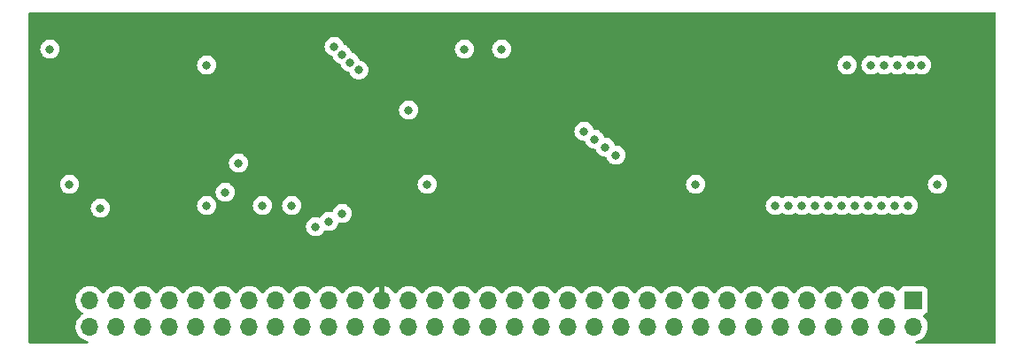
<source format=gbr>
%TF.GenerationSoftware,KiCad,Pcbnew,(6.0.0-0)*%
%TF.CreationDate,2022-10-19T21:39:45-04:00*%
%TF.ProjectId,CPU-Instruction-Decoder,4350552d-496e-4737-9472-756374696f6e,rev?*%
%TF.SameCoordinates,Original*%
%TF.FileFunction,Copper,L2,Inr*%
%TF.FilePolarity,Positive*%
%FSLAX46Y46*%
G04 Gerber Fmt 4.6, Leading zero omitted, Abs format (unit mm)*
G04 Created by KiCad (PCBNEW (6.0.0-0)) date 2022-10-19 21:39:45*
%MOMM*%
%LPD*%
G01*
G04 APERTURE LIST*
%TA.AperFunction,ComponentPad*%
%ADD10R,1.700000X1.700000*%
%TD*%
%TA.AperFunction,ComponentPad*%
%ADD11O,1.700000X1.700000*%
%TD*%
%TA.AperFunction,ViaPad*%
%ADD12C,0.800000*%
%TD*%
G04 APERTURE END LIST*
D10*
%TO.N,~{WR5_15}*%
%TO.C,J1*%
X324617000Y-229808000D03*
D11*
%TO.N,~{RD6_15}*%
X324617000Y-232348000D03*
%TO.N,~{WR5_14}*%
X322077000Y-229808000D03*
%TO.N,~{RD6_14}*%
X322077000Y-232348000D03*
%TO.N,~{WR5_13}*%
X319537000Y-229808000D03*
%TO.N,~{RD6_13}*%
X319537000Y-232348000D03*
%TO.N,~{WR5_12}*%
X316997000Y-229808000D03*
%TO.N,~{RD6_12}*%
X316997000Y-232348000D03*
%TO.N,~{WR5_11}*%
X314457000Y-229808000D03*
%TO.N,~{RD6_11}*%
X314457000Y-232348000D03*
%TO.N,~{WR5_10}*%
X311917000Y-229808000D03*
%TO.N,~{RD6_10}*%
X311917000Y-232348000D03*
%TO.N,~{WR5_09}*%
X309377000Y-229808000D03*
%TO.N,~{RD6_09}*%
X309377000Y-232348000D03*
%TO.N,~{WR5_08}*%
X306837000Y-229808000D03*
%TO.N,~{RD6_08}*%
X306837000Y-232348000D03*
%TO.N,~{WR5_07}*%
X304297000Y-229808000D03*
%TO.N,~{RD6_07}*%
X304297000Y-232348000D03*
%TO.N,~{WR5_06}*%
X301757000Y-229808000D03*
%TO.N,~{RD6_06}*%
X301757000Y-232348000D03*
%TO.N,~{WR5_05}*%
X299217000Y-229808000D03*
%TO.N,~{RD6_05}*%
X299217000Y-232348000D03*
%TO.N,~{WR5_04}*%
X296677000Y-229808000D03*
%TO.N,~{RD6_04}*%
X296677000Y-232348000D03*
%TO.N,~{WR5_03}*%
X294137000Y-229808000D03*
%TO.N,~{RD6_03}*%
X294137000Y-232348000D03*
%TO.N,~{WR5_02}*%
X291597000Y-229808000D03*
%TO.N,~{RD6_02}*%
X291597000Y-232348000D03*
%TO.N,~{WR5_01}*%
X289057000Y-229808000D03*
%TO.N,~{RD6_01}*%
X289057000Y-232348000D03*
%TO.N,~{WR5_00}*%
X286517000Y-229808000D03*
%TO.N,~{RD6_00}*%
X286517000Y-232348000D03*
%TO.N,unconnected-(J1-Pad33)*%
X283977000Y-229808000D03*
%TO.N,unconnected-(J1-Pad34)*%
X283977000Y-232348000D03*
%TO.N,unconnected-(J1-Pad35)*%
X281437000Y-229808000D03*
%TO.N,unconnected-(J1-Pad36)*%
X281437000Y-232348000D03*
%TO.N,unconnected-(J1-Pad37)*%
X278897000Y-229808000D03*
%TO.N,~{WR5}*%
X278897000Y-232348000D03*
%TO.N,GND*%
X276357000Y-229808000D03*
%TO.N,~{WR4}*%
X276357000Y-232348000D03*
%TO.N,VCC*%
X273817000Y-229808000D03*
%TO.N,\u03BCWR3*%
X273817000Y-232348000D03*
%TO.N,unconnected-(J1-Pad43)*%
X271277000Y-229808000D03*
%TO.N,\u03BCWR2*%
X271277000Y-232348000D03*
%TO.N,unconnected-(J1-Pad45)*%
X268737000Y-229808000D03*
%TO.N,\u03BCWR1*%
X268737000Y-232348000D03*
%TO.N,unconnected-(J1-Pad47)*%
X266197000Y-229808000D03*
%TO.N,\u03BCWR0*%
X266197000Y-232348000D03*
%TO.N,~{RD5_00}*%
X263657000Y-229808000D03*
%TO.N,~{RD6}*%
X263657000Y-232348000D03*
%TO.N,~{RD5_01}*%
X261117000Y-229808000D03*
%TO.N,~{RD5}*%
X261117000Y-232348000D03*
%TO.N,~{RD5_02}*%
X258577000Y-229808000D03*
%TO.N,\u03BCRD3*%
X258577000Y-232348000D03*
%TO.N,~{RD5_03}*%
X256037000Y-229808000D03*
%TO.N,\u03BCRD2*%
X256037000Y-232348000D03*
%TO.N,~{WR4_00}*%
X253497000Y-229808000D03*
%TO.N,\u03BCRD1*%
X253497000Y-232348000D03*
%TO.N,~{WR4_01}*%
X250957000Y-229808000D03*
%TO.N,\u03BCRD0*%
X250957000Y-232348000D03*
%TO.N,~{WR4_02}*%
X248417000Y-229808000D03*
%TO.N,unconnected-(J1-Pad62)*%
X248417000Y-232348000D03*
%TO.N,~{WR4_03}*%
X245877000Y-229808000D03*
%TO.N,unconnected-(J1-Pad64)*%
X245877000Y-232348000D03*
%TD*%
D12*
%TO.N,\u03BCRD0*%
X293116000Y-213614000D03*
X269240000Y-205486000D03*
%TO.N,\u03BCRD1*%
X270002000Y-206248000D03*
X294132000Y-214376000D03*
%TO.N,\u03BCRD2*%
X295148000Y-215138000D03*
X270764000Y-207010000D03*
%TO.N,\u03BCRD3*%
X296164000Y-215900000D03*
X271595636Y-207734500D03*
%TO.N,GND*%
X265176000Y-220726000D03*
X303784000Y-218694000D03*
X257048000Y-207264000D03*
X242062000Y-205740000D03*
X257048000Y-220726000D03*
X243939522Y-218694000D03*
X276352000Y-211582000D03*
X278130000Y-218694000D03*
X326898000Y-218694000D03*
X285242000Y-205740000D03*
%TO.N,VCC*%
X246888000Y-205740000D03*
X311404000Y-207264000D03*
X287528000Y-207518000D03*
X265176000Y-207264000D03*
%TO.N,~{RD5}*%
X258826000Y-219456000D03*
X262382000Y-220726000D03*
%TO.N,~{RD6}*%
X318262000Y-207264000D03*
X281686000Y-205740000D03*
%TO.N,~{WR4}*%
X260096000Y-216662000D03*
%TO.N,~{RD6_00}*%
X311404000Y-220726000D03*
%TO.N,~{RD6_01}*%
X312674000Y-220726000D03*
%TO.N,~{RD6_02}*%
X313944000Y-220726000D03*
%TO.N,~{RD6_03}*%
X315214000Y-220726000D03*
%TO.N,~{RD6_04}*%
X316484000Y-220726000D03*
%TO.N,~{RD6_05}*%
X317754000Y-220726000D03*
%TO.N,~{RD6_06}*%
X319024000Y-220726000D03*
%TO.N,~{RD6_07}*%
X320294000Y-220726000D03*
%TO.N,~{RD6_08}*%
X321564000Y-220726000D03*
%TO.N,~{RD5_01}*%
X267462000Y-222758000D03*
%TO.N,~{RD6_09}*%
X322834000Y-220726000D03*
%TO.N,~{RD5_02}*%
X268732000Y-222250000D03*
%TO.N,~{RD6_10}*%
X324104000Y-220726000D03*
%TO.N,~{RD5_03}*%
X270002000Y-221488000D03*
%TO.N,~{RD6_11}*%
X325374000Y-207264000D03*
%TO.N,~{WR4_00}*%
X246888000Y-220980000D03*
%TO.N,~{RD6_12}*%
X324358000Y-207264000D03*
%TO.N,~{RD6_13}*%
X323088000Y-207264000D03*
%TO.N,~{RD6_14}*%
X321818000Y-207264000D03*
%TO.N,~{RD6_15}*%
X320548000Y-207264000D03*
%TD*%
%TA.AperFunction,Conductor*%
%TO.N,VCC*%
G36*
X332428121Y-202204002D02*
G01*
X332474614Y-202257658D01*
X332486000Y-202310000D01*
X332486000Y-233808000D01*
X332465998Y-233876121D01*
X332412342Y-233922614D01*
X332360000Y-233934000D01*
X324903522Y-233934000D01*
X324835401Y-233913998D01*
X324788908Y-233860342D01*
X324778804Y-233790068D01*
X324808298Y-233725488D01*
X324868024Y-233687104D01*
X324887512Y-233683021D01*
X324895289Y-233682025D01*
X324895292Y-233682024D01*
X324900416Y-233681368D01*
X324905366Y-233679883D01*
X325109429Y-233618661D01*
X325109434Y-233618659D01*
X325114384Y-233617174D01*
X325314994Y-233518896D01*
X325496860Y-233389173D01*
X325655096Y-233231489D01*
X325714594Y-233148689D01*
X325782435Y-233054277D01*
X325785453Y-233050077D01*
X325806320Y-233007857D01*
X325882136Y-232854453D01*
X325882137Y-232854451D01*
X325884430Y-232849811D01*
X325949370Y-232636069D01*
X325978529Y-232414590D01*
X325980156Y-232348000D01*
X325961852Y-232125361D01*
X325907431Y-231908702D01*
X325818354Y-231703840D01*
X325697014Y-231516277D01*
X325693532Y-231512450D01*
X325549798Y-231354488D01*
X325518746Y-231290642D01*
X325527141Y-231220143D01*
X325572317Y-231165375D01*
X325598761Y-231151706D01*
X325705297Y-231111767D01*
X325713705Y-231108615D01*
X325830261Y-231021261D01*
X325917615Y-230904705D01*
X325968745Y-230768316D01*
X325975500Y-230706134D01*
X325975500Y-228909866D01*
X325968745Y-228847684D01*
X325917615Y-228711295D01*
X325830261Y-228594739D01*
X325713705Y-228507385D01*
X325577316Y-228456255D01*
X325515134Y-228449500D01*
X323718866Y-228449500D01*
X323656684Y-228456255D01*
X323520295Y-228507385D01*
X323403739Y-228594739D01*
X323316385Y-228711295D01*
X323313233Y-228719703D01*
X323271919Y-228829907D01*
X323229277Y-228886671D01*
X323162716Y-228911371D01*
X323093367Y-228896163D01*
X323060743Y-228870476D01*
X323010151Y-228814875D01*
X323010142Y-228814866D01*
X323006670Y-228811051D01*
X323002619Y-228807852D01*
X323002615Y-228807848D01*
X322835414Y-228675800D01*
X322835410Y-228675798D01*
X322831359Y-228672598D01*
X322795028Y-228652542D01*
X322779136Y-228643769D01*
X322635789Y-228564638D01*
X322630920Y-228562914D01*
X322630916Y-228562912D01*
X322430087Y-228491795D01*
X322430083Y-228491794D01*
X322425212Y-228490069D01*
X322420119Y-228489162D01*
X322420116Y-228489161D01*
X322210373Y-228451800D01*
X322210367Y-228451799D01*
X322205284Y-228450894D01*
X322131452Y-228449992D01*
X321987081Y-228448228D01*
X321987079Y-228448228D01*
X321981911Y-228448165D01*
X321761091Y-228481955D01*
X321548756Y-228551357D01*
X321350607Y-228654507D01*
X321346474Y-228657610D01*
X321346471Y-228657612D01*
X321176100Y-228785530D01*
X321171965Y-228788635D01*
X321146541Y-228815240D01*
X321078280Y-228886671D01*
X321017629Y-228950138D01*
X320910201Y-229107621D01*
X320855293Y-229152621D01*
X320784768Y-229160792D01*
X320721021Y-229129538D01*
X320700324Y-229105054D01*
X320619822Y-228980617D01*
X320619820Y-228980614D01*
X320617014Y-228976277D01*
X320466670Y-228811051D01*
X320462619Y-228807852D01*
X320462615Y-228807848D01*
X320295414Y-228675800D01*
X320295410Y-228675798D01*
X320291359Y-228672598D01*
X320255028Y-228652542D01*
X320239136Y-228643769D01*
X320095789Y-228564638D01*
X320090920Y-228562914D01*
X320090916Y-228562912D01*
X319890087Y-228491795D01*
X319890083Y-228491794D01*
X319885212Y-228490069D01*
X319880119Y-228489162D01*
X319880116Y-228489161D01*
X319670373Y-228451800D01*
X319670367Y-228451799D01*
X319665284Y-228450894D01*
X319591452Y-228449992D01*
X319447081Y-228448228D01*
X319447079Y-228448228D01*
X319441911Y-228448165D01*
X319221091Y-228481955D01*
X319008756Y-228551357D01*
X318810607Y-228654507D01*
X318806474Y-228657610D01*
X318806471Y-228657612D01*
X318636100Y-228785530D01*
X318631965Y-228788635D01*
X318606541Y-228815240D01*
X318538280Y-228886671D01*
X318477629Y-228950138D01*
X318370201Y-229107621D01*
X318315293Y-229152621D01*
X318244768Y-229160792D01*
X318181021Y-229129538D01*
X318160324Y-229105054D01*
X318079822Y-228980617D01*
X318079820Y-228980614D01*
X318077014Y-228976277D01*
X317926670Y-228811051D01*
X317922619Y-228807852D01*
X317922615Y-228807848D01*
X317755414Y-228675800D01*
X317755410Y-228675798D01*
X317751359Y-228672598D01*
X317715028Y-228652542D01*
X317699136Y-228643769D01*
X317555789Y-228564638D01*
X317550920Y-228562914D01*
X317550916Y-228562912D01*
X317350087Y-228491795D01*
X317350083Y-228491794D01*
X317345212Y-228490069D01*
X317340119Y-228489162D01*
X317340116Y-228489161D01*
X317130373Y-228451800D01*
X317130367Y-228451799D01*
X317125284Y-228450894D01*
X317051452Y-228449992D01*
X316907081Y-228448228D01*
X316907079Y-228448228D01*
X316901911Y-228448165D01*
X316681091Y-228481955D01*
X316468756Y-228551357D01*
X316270607Y-228654507D01*
X316266474Y-228657610D01*
X316266471Y-228657612D01*
X316096100Y-228785530D01*
X316091965Y-228788635D01*
X316066541Y-228815240D01*
X315998280Y-228886671D01*
X315937629Y-228950138D01*
X315830201Y-229107621D01*
X315775293Y-229152621D01*
X315704768Y-229160792D01*
X315641021Y-229129538D01*
X315620324Y-229105054D01*
X315539822Y-228980617D01*
X315539820Y-228980614D01*
X315537014Y-228976277D01*
X315386670Y-228811051D01*
X315382619Y-228807852D01*
X315382615Y-228807848D01*
X315215414Y-228675800D01*
X315215410Y-228675798D01*
X315211359Y-228672598D01*
X315175028Y-228652542D01*
X315159136Y-228643769D01*
X315015789Y-228564638D01*
X315010920Y-228562914D01*
X315010916Y-228562912D01*
X314810087Y-228491795D01*
X314810083Y-228491794D01*
X314805212Y-228490069D01*
X314800119Y-228489162D01*
X314800116Y-228489161D01*
X314590373Y-228451800D01*
X314590367Y-228451799D01*
X314585284Y-228450894D01*
X314511452Y-228449992D01*
X314367081Y-228448228D01*
X314367079Y-228448228D01*
X314361911Y-228448165D01*
X314141091Y-228481955D01*
X313928756Y-228551357D01*
X313730607Y-228654507D01*
X313726474Y-228657610D01*
X313726471Y-228657612D01*
X313556100Y-228785530D01*
X313551965Y-228788635D01*
X313526541Y-228815240D01*
X313458280Y-228886671D01*
X313397629Y-228950138D01*
X313290201Y-229107621D01*
X313235293Y-229152621D01*
X313164768Y-229160792D01*
X313101021Y-229129538D01*
X313080324Y-229105054D01*
X312999822Y-228980617D01*
X312999820Y-228980614D01*
X312997014Y-228976277D01*
X312846670Y-228811051D01*
X312842619Y-228807852D01*
X312842615Y-228807848D01*
X312675414Y-228675800D01*
X312675410Y-228675798D01*
X312671359Y-228672598D01*
X312635028Y-228652542D01*
X312619136Y-228643769D01*
X312475789Y-228564638D01*
X312470920Y-228562914D01*
X312470916Y-228562912D01*
X312270087Y-228491795D01*
X312270083Y-228491794D01*
X312265212Y-228490069D01*
X312260119Y-228489162D01*
X312260116Y-228489161D01*
X312050373Y-228451800D01*
X312050367Y-228451799D01*
X312045284Y-228450894D01*
X311971452Y-228449992D01*
X311827081Y-228448228D01*
X311827079Y-228448228D01*
X311821911Y-228448165D01*
X311601091Y-228481955D01*
X311388756Y-228551357D01*
X311190607Y-228654507D01*
X311186474Y-228657610D01*
X311186471Y-228657612D01*
X311016100Y-228785530D01*
X311011965Y-228788635D01*
X310986541Y-228815240D01*
X310918280Y-228886671D01*
X310857629Y-228950138D01*
X310750201Y-229107621D01*
X310695293Y-229152621D01*
X310624768Y-229160792D01*
X310561021Y-229129538D01*
X310540324Y-229105054D01*
X310459822Y-228980617D01*
X310459820Y-228980614D01*
X310457014Y-228976277D01*
X310306670Y-228811051D01*
X310302619Y-228807852D01*
X310302615Y-228807848D01*
X310135414Y-228675800D01*
X310135410Y-228675798D01*
X310131359Y-228672598D01*
X310095028Y-228652542D01*
X310079136Y-228643769D01*
X309935789Y-228564638D01*
X309930920Y-228562914D01*
X309930916Y-228562912D01*
X309730087Y-228491795D01*
X309730083Y-228491794D01*
X309725212Y-228490069D01*
X309720119Y-228489162D01*
X309720116Y-228489161D01*
X309510373Y-228451800D01*
X309510367Y-228451799D01*
X309505284Y-228450894D01*
X309431452Y-228449992D01*
X309287081Y-228448228D01*
X309287079Y-228448228D01*
X309281911Y-228448165D01*
X309061091Y-228481955D01*
X308848756Y-228551357D01*
X308650607Y-228654507D01*
X308646474Y-228657610D01*
X308646471Y-228657612D01*
X308476100Y-228785530D01*
X308471965Y-228788635D01*
X308446541Y-228815240D01*
X308378280Y-228886671D01*
X308317629Y-228950138D01*
X308210201Y-229107621D01*
X308155293Y-229152621D01*
X308084768Y-229160792D01*
X308021021Y-229129538D01*
X308000324Y-229105054D01*
X307919822Y-228980617D01*
X307919820Y-228980614D01*
X307917014Y-228976277D01*
X307766670Y-228811051D01*
X307762619Y-228807852D01*
X307762615Y-228807848D01*
X307595414Y-228675800D01*
X307595410Y-228675798D01*
X307591359Y-228672598D01*
X307555028Y-228652542D01*
X307539136Y-228643769D01*
X307395789Y-228564638D01*
X307390920Y-228562914D01*
X307390916Y-228562912D01*
X307190087Y-228491795D01*
X307190083Y-228491794D01*
X307185212Y-228490069D01*
X307180119Y-228489162D01*
X307180116Y-228489161D01*
X306970373Y-228451800D01*
X306970367Y-228451799D01*
X306965284Y-228450894D01*
X306891452Y-228449992D01*
X306747081Y-228448228D01*
X306747079Y-228448228D01*
X306741911Y-228448165D01*
X306521091Y-228481955D01*
X306308756Y-228551357D01*
X306110607Y-228654507D01*
X306106474Y-228657610D01*
X306106471Y-228657612D01*
X305936100Y-228785530D01*
X305931965Y-228788635D01*
X305906541Y-228815240D01*
X305838280Y-228886671D01*
X305777629Y-228950138D01*
X305670201Y-229107621D01*
X305615293Y-229152621D01*
X305544768Y-229160792D01*
X305481021Y-229129538D01*
X305460324Y-229105054D01*
X305379822Y-228980617D01*
X305379820Y-228980614D01*
X305377014Y-228976277D01*
X305226670Y-228811051D01*
X305222619Y-228807852D01*
X305222615Y-228807848D01*
X305055414Y-228675800D01*
X305055410Y-228675798D01*
X305051359Y-228672598D01*
X305015028Y-228652542D01*
X304999136Y-228643769D01*
X304855789Y-228564638D01*
X304850920Y-228562914D01*
X304850916Y-228562912D01*
X304650087Y-228491795D01*
X304650083Y-228491794D01*
X304645212Y-228490069D01*
X304640119Y-228489162D01*
X304640116Y-228489161D01*
X304430373Y-228451800D01*
X304430367Y-228451799D01*
X304425284Y-228450894D01*
X304351452Y-228449992D01*
X304207081Y-228448228D01*
X304207079Y-228448228D01*
X304201911Y-228448165D01*
X303981091Y-228481955D01*
X303768756Y-228551357D01*
X303570607Y-228654507D01*
X303566474Y-228657610D01*
X303566471Y-228657612D01*
X303396100Y-228785530D01*
X303391965Y-228788635D01*
X303366541Y-228815240D01*
X303298280Y-228886671D01*
X303237629Y-228950138D01*
X303130201Y-229107621D01*
X303075293Y-229152621D01*
X303004768Y-229160792D01*
X302941021Y-229129538D01*
X302920324Y-229105054D01*
X302839822Y-228980617D01*
X302839820Y-228980614D01*
X302837014Y-228976277D01*
X302686670Y-228811051D01*
X302682619Y-228807852D01*
X302682615Y-228807848D01*
X302515414Y-228675800D01*
X302515410Y-228675798D01*
X302511359Y-228672598D01*
X302475028Y-228652542D01*
X302459136Y-228643769D01*
X302315789Y-228564638D01*
X302310920Y-228562914D01*
X302310916Y-228562912D01*
X302110087Y-228491795D01*
X302110083Y-228491794D01*
X302105212Y-228490069D01*
X302100119Y-228489162D01*
X302100116Y-228489161D01*
X301890373Y-228451800D01*
X301890367Y-228451799D01*
X301885284Y-228450894D01*
X301811452Y-228449992D01*
X301667081Y-228448228D01*
X301667079Y-228448228D01*
X301661911Y-228448165D01*
X301441091Y-228481955D01*
X301228756Y-228551357D01*
X301030607Y-228654507D01*
X301026474Y-228657610D01*
X301026471Y-228657612D01*
X300856100Y-228785530D01*
X300851965Y-228788635D01*
X300826541Y-228815240D01*
X300758280Y-228886671D01*
X300697629Y-228950138D01*
X300590201Y-229107621D01*
X300535293Y-229152621D01*
X300464768Y-229160792D01*
X300401021Y-229129538D01*
X300380324Y-229105054D01*
X300299822Y-228980617D01*
X300299820Y-228980614D01*
X300297014Y-228976277D01*
X300146670Y-228811051D01*
X300142619Y-228807852D01*
X300142615Y-228807848D01*
X299975414Y-228675800D01*
X299975410Y-228675798D01*
X299971359Y-228672598D01*
X299935028Y-228652542D01*
X299919136Y-228643769D01*
X299775789Y-228564638D01*
X299770920Y-228562914D01*
X299770916Y-228562912D01*
X299570087Y-228491795D01*
X299570083Y-228491794D01*
X299565212Y-228490069D01*
X299560119Y-228489162D01*
X299560116Y-228489161D01*
X299350373Y-228451800D01*
X299350367Y-228451799D01*
X299345284Y-228450894D01*
X299271452Y-228449992D01*
X299127081Y-228448228D01*
X299127079Y-228448228D01*
X299121911Y-228448165D01*
X298901091Y-228481955D01*
X298688756Y-228551357D01*
X298490607Y-228654507D01*
X298486474Y-228657610D01*
X298486471Y-228657612D01*
X298316100Y-228785530D01*
X298311965Y-228788635D01*
X298286541Y-228815240D01*
X298218280Y-228886671D01*
X298157629Y-228950138D01*
X298050201Y-229107621D01*
X297995293Y-229152621D01*
X297924768Y-229160792D01*
X297861021Y-229129538D01*
X297840324Y-229105054D01*
X297759822Y-228980617D01*
X297759820Y-228980614D01*
X297757014Y-228976277D01*
X297606670Y-228811051D01*
X297602619Y-228807852D01*
X297602615Y-228807848D01*
X297435414Y-228675800D01*
X297435410Y-228675798D01*
X297431359Y-228672598D01*
X297395028Y-228652542D01*
X297379136Y-228643769D01*
X297235789Y-228564638D01*
X297230920Y-228562914D01*
X297230916Y-228562912D01*
X297030087Y-228491795D01*
X297030083Y-228491794D01*
X297025212Y-228490069D01*
X297020119Y-228489162D01*
X297020116Y-228489161D01*
X296810373Y-228451800D01*
X296810367Y-228451799D01*
X296805284Y-228450894D01*
X296731452Y-228449992D01*
X296587081Y-228448228D01*
X296587079Y-228448228D01*
X296581911Y-228448165D01*
X296361091Y-228481955D01*
X296148756Y-228551357D01*
X295950607Y-228654507D01*
X295946474Y-228657610D01*
X295946471Y-228657612D01*
X295776100Y-228785530D01*
X295771965Y-228788635D01*
X295746541Y-228815240D01*
X295678280Y-228886671D01*
X295617629Y-228950138D01*
X295510201Y-229107621D01*
X295455293Y-229152621D01*
X295384768Y-229160792D01*
X295321021Y-229129538D01*
X295300324Y-229105054D01*
X295219822Y-228980617D01*
X295219820Y-228980614D01*
X295217014Y-228976277D01*
X295066670Y-228811051D01*
X295062619Y-228807852D01*
X295062615Y-228807848D01*
X294895414Y-228675800D01*
X294895410Y-228675798D01*
X294891359Y-228672598D01*
X294855028Y-228652542D01*
X294839136Y-228643769D01*
X294695789Y-228564638D01*
X294690920Y-228562914D01*
X294690916Y-228562912D01*
X294490087Y-228491795D01*
X294490083Y-228491794D01*
X294485212Y-228490069D01*
X294480119Y-228489162D01*
X294480116Y-228489161D01*
X294270373Y-228451800D01*
X294270367Y-228451799D01*
X294265284Y-228450894D01*
X294191452Y-228449992D01*
X294047081Y-228448228D01*
X294047079Y-228448228D01*
X294041911Y-228448165D01*
X293821091Y-228481955D01*
X293608756Y-228551357D01*
X293410607Y-228654507D01*
X293406474Y-228657610D01*
X293406471Y-228657612D01*
X293236100Y-228785530D01*
X293231965Y-228788635D01*
X293206541Y-228815240D01*
X293138280Y-228886671D01*
X293077629Y-228950138D01*
X292970201Y-229107621D01*
X292915293Y-229152621D01*
X292844768Y-229160792D01*
X292781021Y-229129538D01*
X292760324Y-229105054D01*
X292679822Y-228980617D01*
X292679820Y-228980614D01*
X292677014Y-228976277D01*
X292526670Y-228811051D01*
X292522619Y-228807852D01*
X292522615Y-228807848D01*
X292355414Y-228675800D01*
X292355410Y-228675798D01*
X292351359Y-228672598D01*
X292315028Y-228652542D01*
X292299136Y-228643769D01*
X292155789Y-228564638D01*
X292150920Y-228562914D01*
X292150916Y-228562912D01*
X291950087Y-228491795D01*
X291950083Y-228491794D01*
X291945212Y-228490069D01*
X291940119Y-228489162D01*
X291940116Y-228489161D01*
X291730373Y-228451800D01*
X291730367Y-228451799D01*
X291725284Y-228450894D01*
X291651452Y-228449992D01*
X291507081Y-228448228D01*
X291507079Y-228448228D01*
X291501911Y-228448165D01*
X291281091Y-228481955D01*
X291068756Y-228551357D01*
X290870607Y-228654507D01*
X290866474Y-228657610D01*
X290866471Y-228657612D01*
X290696100Y-228785530D01*
X290691965Y-228788635D01*
X290666541Y-228815240D01*
X290598280Y-228886671D01*
X290537629Y-228950138D01*
X290430201Y-229107621D01*
X290375293Y-229152621D01*
X290304768Y-229160792D01*
X290241021Y-229129538D01*
X290220324Y-229105054D01*
X290139822Y-228980617D01*
X290139820Y-228980614D01*
X290137014Y-228976277D01*
X289986670Y-228811051D01*
X289982619Y-228807852D01*
X289982615Y-228807848D01*
X289815414Y-228675800D01*
X289815410Y-228675798D01*
X289811359Y-228672598D01*
X289775028Y-228652542D01*
X289759136Y-228643769D01*
X289615789Y-228564638D01*
X289610920Y-228562914D01*
X289610916Y-228562912D01*
X289410087Y-228491795D01*
X289410083Y-228491794D01*
X289405212Y-228490069D01*
X289400119Y-228489162D01*
X289400116Y-228489161D01*
X289190373Y-228451800D01*
X289190367Y-228451799D01*
X289185284Y-228450894D01*
X289111452Y-228449992D01*
X288967081Y-228448228D01*
X288967079Y-228448228D01*
X288961911Y-228448165D01*
X288741091Y-228481955D01*
X288528756Y-228551357D01*
X288330607Y-228654507D01*
X288326474Y-228657610D01*
X288326471Y-228657612D01*
X288156100Y-228785530D01*
X288151965Y-228788635D01*
X288126541Y-228815240D01*
X288058280Y-228886671D01*
X287997629Y-228950138D01*
X287890201Y-229107621D01*
X287835293Y-229152621D01*
X287764768Y-229160792D01*
X287701021Y-229129538D01*
X287680324Y-229105054D01*
X287599822Y-228980617D01*
X287599820Y-228980614D01*
X287597014Y-228976277D01*
X287446670Y-228811051D01*
X287442619Y-228807852D01*
X287442615Y-228807848D01*
X287275414Y-228675800D01*
X287275410Y-228675798D01*
X287271359Y-228672598D01*
X287235028Y-228652542D01*
X287219136Y-228643769D01*
X287075789Y-228564638D01*
X287070920Y-228562914D01*
X287070916Y-228562912D01*
X286870087Y-228491795D01*
X286870083Y-228491794D01*
X286865212Y-228490069D01*
X286860119Y-228489162D01*
X286860116Y-228489161D01*
X286650373Y-228451800D01*
X286650367Y-228451799D01*
X286645284Y-228450894D01*
X286571452Y-228449992D01*
X286427081Y-228448228D01*
X286427079Y-228448228D01*
X286421911Y-228448165D01*
X286201091Y-228481955D01*
X285988756Y-228551357D01*
X285790607Y-228654507D01*
X285786474Y-228657610D01*
X285786471Y-228657612D01*
X285616100Y-228785530D01*
X285611965Y-228788635D01*
X285586541Y-228815240D01*
X285518280Y-228886671D01*
X285457629Y-228950138D01*
X285350201Y-229107621D01*
X285295293Y-229152621D01*
X285224768Y-229160792D01*
X285161021Y-229129538D01*
X285140324Y-229105054D01*
X285059822Y-228980617D01*
X285059820Y-228980614D01*
X285057014Y-228976277D01*
X284906670Y-228811051D01*
X284902619Y-228807852D01*
X284902615Y-228807848D01*
X284735414Y-228675800D01*
X284735410Y-228675798D01*
X284731359Y-228672598D01*
X284695028Y-228652542D01*
X284679136Y-228643769D01*
X284535789Y-228564638D01*
X284530920Y-228562914D01*
X284530916Y-228562912D01*
X284330087Y-228491795D01*
X284330083Y-228491794D01*
X284325212Y-228490069D01*
X284320119Y-228489162D01*
X284320116Y-228489161D01*
X284110373Y-228451800D01*
X284110367Y-228451799D01*
X284105284Y-228450894D01*
X284031452Y-228449992D01*
X283887081Y-228448228D01*
X283887079Y-228448228D01*
X283881911Y-228448165D01*
X283661091Y-228481955D01*
X283448756Y-228551357D01*
X283250607Y-228654507D01*
X283246474Y-228657610D01*
X283246471Y-228657612D01*
X283076100Y-228785530D01*
X283071965Y-228788635D01*
X283046541Y-228815240D01*
X282978280Y-228886671D01*
X282917629Y-228950138D01*
X282810201Y-229107621D01*
X282755293Y-229152621D01*
X282684768Y-229160792D01*
X282621021Y-229129538D01*
X282600324Y-229105054D01*
X282519822Y-228980617D01*
X282519820Y-228980614D01*
X282517014Y-228976277D01*
X282366670Y-228811051D01*
X282362619Y-228807852D01*
X282362615Y-228807848D01*
X282195414Y-228675800D01*
X282195410Y-228675798D01*
X282191359Y-228672598D01*
X282155028Y-228652542D01*
X282139136Y-228643769D01*
X281995789Y-228564638D01*
X281990920Y-228562914D01*
X281990916Y-228562912D01*
X281790087Y-228491795D01*
X281790083Y-228491794D01*
X281785212Y-228490069D01*
X281780119Y-228489162D01*
X281780116Y-228489161D01*
X281570373Y-228451800D01*
X281570367Y-228451799D01*
X281565284Y-228450894D01*
X281491452Y-228449992D01*
X281347081Y-228448228D01*
X281347079Y-228448228D01*
X281341911Y-228448165D01*
X281121091Y-228481955D01*
X280908756Y-228551357D01*
X280710607Y-228654507D01*
X280706474Y-228657610D01*
X280706471Y-228657612D01*
X280536100Y-228785530D01*
X280531965Y-228788635D01*
X280506541Y-228815240D01*
X280438280Y-228886671D01*
X280377629Y-228950138D01*
X280270201Y-229107621D01*
X280215293Y-229152621D01*
X280144768Y-229160792D01*
X280081021Y-229129538D01*
X280060324Y-229105054D01*
X279979822Y-228980617D01*
X279979820Y-228980614D01*
X279977014Y-228976277D01*
X279826670Y-228811051D01*
X279822619Y-228807852D01*
X279822615Y-228807848D01*
X279655414Y-228675800D01*
X279655410Y-228675798D01*
X279651359Y-228672598D01*
X279615028Y-228652542D01*
X279599136Y-228643769D01*
X279455789Y-228564638D01*
X279450920Y-228562914D01*
X279450916Y-228562912D01*
X279250087Y-228491795D01*
X279250083Y-228491794D01*
X279245212Y-228490069D01*
X279240119Y-228489162D01*
X279240116Y-228489161D01*
X279030373Y-228451800D01*
X279030367Y-228451799D01*
X279025284Y-228450894D01*
X278951452Y-228449992D01*
X278807081Y-228448228D01*
X278807079Y-228448228D01*
X278801911Y-228448165D01*
X278581091Y-228481955D01*
X278368756Y-228551357D01*
X278170607Y-228654507D01*
X278166474Y-228657610D01*
X278166471Y-228657612D01*
X277996100Y-228785530D01*
X277991965Y-228788635D01*
X277966541Y-228815240D01*
X277898280Y-228886671D01*
X277837629Y-228950138D01*
X277730201Y-229107621D01*
X277675293Y-229152621D01*
X277604768Y-229160792D01*
X277541021Y-229129538D01*
X277520324Y-229105054D01*
X277439822Y-228980617D01*
X277439820Y-228980614D01*
X277437014Y-228976277D01*
X277286670Y-228811051D01*
X277282619Y-228807852D01*
X277282615Y-228807848D01*
X277115414Y-228675800D01*
X277115410Y-228675798D01*
X277111359Y-228672598D01*
X277075028Y-228652542D01*
X277059136Y-228643769D01*
X276915789Y-228564638D01*
X276910920Y-228562914D01*
X276910916Y-228562912D01*
X276710087Y-228491795D01*
X276710083Y-228491794D01*
X276705212Y-228490069D01*
X276700119Y-228489162D01*
X276700116Y-228489161D01*
X276490373Y-228451800D01*
X276490367Y-228451799D01*
X276485284Y-228450894D01*
X276411452Y-228449992D01*
X276267081Y-228448228D01*
X276267079Y-228448228D01*
X276261911Y-228448165D01*
X276041091Y-228481955D01*
X275828756Y-228551357D01*
X275630607Y-228654507D01*
X275626474Y-228657610D01*
X275626471Y-228657612D01*
X275456100Y-228785530D01*
X275451965Y-228788635D01*
X275426541Y-228815240D01*
X275358280Y-228886671D01*
X275297629Y-228950138D01*
X275190204Y-229107618D01*
X275189898Y-229108066D01*
X275134987Y-229153069D01*
X275064462Y-229161240D01*
X275000715Y-229129986D01*
X274980018Y-229105502D01*
X274899426Y-228980926D01*
X274893136Y-228972757D01*
X274749806Y-228815240D01*
X274742273Y-228808215D01*
X274575139Y-228676222D01*
X274566552Y-228670517D01*
X274380117Y-228567599D01*
X274370705Y-228563369D01*
X274169959Y-228492280D01*
X274159988Y-228489646D01*
X274088837Y-228476972D01*
X274075540Y-228478432D01*
X274071000Y-228492989D01*
X274071000Y-229936000D01*
X274050998Y-230004121D01*
X273997342Y-230050614D01*
X273945000Y-230062000D01*
X273689000Y-230062000D01*
X273620879Y-230041998D01*
X273574386Y-229988342D01*
X273563000Y-229936000D01*
X273563000Y-228491102D01*
X273559082Y-228477758D01*
X273544806Y-228475771D01*
X273506324Y-228481660D01*
X273496288Y-228484051D01*
X273293868Y-228550212D01*
X273284359Y-228554209D01*
X273095463Y-228652542D01*
X273086738Y-228658036D01*
X272916433Y-228785905D01*
X272908726Y-228792748D01*
X272761590Y-228946717D01*
X272755109Y-228954722D01*
X272650498Y-229108074D01*
X272595587Y-229153076D01*
X272525062Y-229161247D01*
X272461315Y-229129993D01*
X272440618Y-229105509D01*
X272359822Y-228980617D01*
X272359820Y-228980614D01*
X272357014Y-228976277D01*
X272206670Y-228811051D01*
X272202619Y-228807852D01*
X272202615Y-228807848D01*
X272035414Y-228675800D01*
X272035410Y-228675798D01*
X272031359Y-228672598D01*
X271995028Y-228652542D01*
X271979136Y-228643769D01*
X271835789Y-228564638D01*
X271830920Y-228562914D01*
X271830916Y-228562912D01*
X271630087Y-228491795D01*
X271630083Y-228491794D01*
X271625212Y-228490069D01*
X271620119Y-228489162D01*
X271620116Y-228489161D01*
X271410373Y-228451800D01*
X271410367Y-228451799D01*
X271405284Y-228450894D01*
X271331452Y-228449992D01*
X271187081Y-228448228D01*
X271187079Y-228448228D01*
X271181911Y-228448165D01*
X270961091Y-228481955D01*
X270748756Y-228551357D01*
X270550607Y-228654507D01*
X270546474Y-228657610D01*
X270546471Y-228657612D01*
X270376100Y-228785530D01*
X270371965Y-228788635D01*
X270346541Y-228815240D01*
X270278280Y-228886671D01*
X270217629Y-228950138D01*
X270110201Y-229107621D01*
X270055293Y-229152621D01*
X269984768Y-229160792D01*
X269921021Y-229129538D01*
X269900324Y-229105054D01*
X269819822Y-228980617D01*
X269819820Y-228980614D01*
X269817014Y-228976277D01*
X269666670Y-228811051D01*
X269662619Y-228807852D01*
X269662615Y-228807848D01*
X269495414Y-228675800D01*
X269495410Y-228675798D01*
X269491359Y-228672598D01*
X269455028Y-228652542D01*
X269439136Y-228643769D01*
X269295789Y-228564638D01*
X269290920Y-228562914D01*
X269290916Y-228562912D01*
X269090087Y-228491795D01*
X269090083Y-228491794D01*
X269085212Y-228490069D01*
X269080119Y-228489162D01*
X269080116Y-228489161D01*
X268870373Y-228451800D01*
X268870367Y-228451799D01*
X268865284Y-228450894D01*
X268791452Y-228449992D01*
X268647081Y-228448228D01*
X268647079Y-228448228D01*
X268641911Y-228448165D01*
X268421091Y-228481955D01*
X268208756Y-228551357D01*
X268010607Y-228654507D01*
X268006474Y-228657610D01*
X268006471Y-228657612D01*
X267836100Y-228785530D01*
X267831965Y-228788635D01*
X267806541Y-228815240D01*
X267738280Y-228886671D01*
X267677629Y-228950138D01*
X267570201Y-229107621D01*
X267515293Y-229152621D01*
X267444768Y-229160792D01*
X267381021Y-229129538D01*
X267360324Y-229105054D01*
X267279822Y-228980617D01*
X267279820Y-228980614D01*
X267277014Y-228976277D01*
X267126670Y-228811051D01*
X267122619Y-228807852D01*
X267122615Y-228807848D01*
X266955414Y-228675800D01*
X266955410Y-228675798D01*
X266951359Y-228672598D01*
X266915028Y-228652542D01*
X266899136Y-228643769D01*
X266755789Y-228564638D01*
X266750920Y-228562914D01*
X266750916Y-228562912D01*
X266550087Y-228491795D01*
X266550083Y-228491794D01*
X266545212Y-228490069D01*
X266540119Y-228489162D01*
X266540116Y-228489161D01*
X266330373Y-228451800D01*
X266330367Y-228451799D01*
X266325284Y-228450894D01*
X266251452Y-228449992D01*
X266107081Y-228448228D01*
X266107079Y-228448228D01*
X266101911Y-228448165D01*
X265881091Y-228481955D01*
X265668756Y-228551357D01*
X265470607Y-228654507D01*
X265466474Y-228657610D01*
X265466471Y-228657612D01*
X265296100Y-228785530D01*
X265291965Y-228788635D01*
X265266541Y-228815240D01*
X265198280Y-228886671D01*
X265137629Y-228950138D01*
X265030201Y-229107621D01*
X264975293Y-229152621D01*
X264904768Y-229160792D01*
X264841021Y-229129538D01*
X264820324Y-229105054D01*
X264739822Y-228980617D01*
X264739820Y-228980614D01*
X264737014Y-228976277D01*
X264586670Y-228811051D01*
X264582619Y-228807852D01*
X264582615Y-228807848D01*
X264415414Y-228675800D01*
X264415410Y-228675798D01*
X264411359Y-228672598D01*
X264375028Y-228652542D01*
X264359136Y-228643769D01*
X264215789Y-228564638D01*
X264210920Y-228562914D01*
X264210916Y-228562912D01*
X264010087Y-228491795D01*
X264010083Y-228491794D01*
X264005212Y-228490069D01*
X264000119Y-228489162D01*
X264000116Y-228489161D01*
X263790373Y-228451800D01*
X263790367Y-228451799D01*
X263785284Y-228450894D01*
X263711452Y-228449992D01*
X263567081Y-228448228D01*
X263567079Y-228448228D01*
X263561911Y-228448165D01*
X263341091Y-228481955D01*
X263128756Y-228551357D01*
X262930607Y-228654507D01*
X262926474Y-228657610D01*
X262926471Y-228657612D01*
X262756100Y-228785530D01*
X262751965Y-228788635D01*
X262726541Y-228815240D01*
X262658280Y-228886671D01*
X262597629Y-228950138D01*
X262490201Y-229107621D01*
X262435293Y-229152621D01*
X262364768Y-229160792D01*
X262301021Y-229129538D01*
X262280324Y-229105054D01*
X262199822Y-228980617D01*
X262199820Y-228980614D01*
X262197014Y-228976277D01*
X262046670Y-228811051D01*
X262042619Y-228807852D01*
X262042615Y-228807848D01*
X261875414Y-228675800D01*
X261875410Y-228675798D01*
X261871359Y-228672598D01*
X261835028Y-228652542D01*
X261819136Y-228643769D01*
X261675789Y-228564638D01*
X261670920Y-228562914D01*
X261670916Y-228562912D01*
X261470087Y-228491795D01*
X261470083Y-228491794D01*
X261465212Y-228490069D01*
X261460119Y-228489162D01*
X261460116Y-228489161D01*
X261250373Y-228451800D01*
X261250367Y-228451799D01*
X261245284Y-228450894D01*
X261171452Y-228449992D01*
X261027081Y-228448228D01*
X261027079Y-228448228D01*
X261021911Y-228448165D01*
X260801091Y-228481955D01*
X260588756Y-228551357D01*
X260390607Y-228654507D01*
X260386474Y-228657610D01*
X260386471Y-228657612D01*
X260216100Y-228785530D01*
X260211965Y-228788635D01*
X260186541Y-228815240D01*
X260118280Y-228886671D01*
X260057629Y-228950138D01*
X259950201Y-229107621D01*
X259895293Y-229152621D01*
X259824768Y-229160792D01*
X259761021Y-229129538D01*
X259740324Y-229105054D01*
X259659822Y-228980617D01*
X259659820Y-228980614D01*
X259657014Y-228976277D01*
X259506670Y-228811051D01*
X259502619Y-228807852D01*
X259502615Y-228807848D01*
X259335414Y-228675800D01*
X259335410Y-228675798D01*
X259331359Y-228672598D01*
X259295028Y-228652542D01*
X259279136Y-228643769D01*
X259135789Y-228564638D01*
X259130920Y-228562914D01*
X259130916Y-228562912D01*
X258930087Y-228491795D01*
X258930083Y-228491794D01*
X258925212Y-228490069D01*
X258920119Y-228489162D01*
X258920116Y-228489161D01*
X258710373Y-228451800D01*
X258710367Y-228451799D01*
X258705284Y-228450894D01*
X258631452Y-228449992D01*
X258487081Y-228448228D01*
X258487079Y-228448228D01*
X258481911Y-228448165D01*
X258261091Y-228481955D01*
X258048756Y-228551357D01*
X257850607Y-228654507D01*
X257846474Y-228657610D01*
X257846471Y-228657612D01*
X257676100Y-228785530D01*
X257671965Y-228788635D01*
X257646541Y-228815240D01*
X257578280Y-228886671D01*
X257517629Y-228950138D01*
X257410201Y-229107621D01*
X257355293Y-229152621D01*
X257284768Y-229160792D01*
X257221021Y-229129538D01*
X257200324Y-229105054D01*
X257119822Y-228980617D01*
X257119820Y-228980614D01*
X257117014Y-228976277D01*
X256966670Y-228811051D01*
X256962619Y-228807852D01*
X256962615Y-228807848D01*
X256795414Y-228675800D01*
X256795410Y-228675798D01*
X256791359Y-228672598D01*
X256755028Y-228652542D01*
X256739136Y-228643769D01*
X256595789Y-228564638D01*
X256590920Y-228562914D01*
X256590916Y-228562912D01*
X256390087Y-228491795D01*
X256390083Y-228491794D01*
X256385212Y-228490069D01*
X256380119Y-228489162D01*
X256380116Y-228489161D01*
X256170373Y-228451800D01*
X256170367Y-228451799D01*
X256165284Y-228450894D01*
X256091452Y-228449992D01*
X255947081Y-228448228D01*
X255947079Y-228448228D01*
X255941911Y-228448165D01*
X255721091Y-228481955D01*
X255508756Y-228551357D01*
X255310607Y-228654507D01*
X255306474Y-228657610D01*
X255306471Y-228657612D01*
X255136100Y-228785530D01*
X255131965Y-228788635D01*
X255106541Y-228815240D01*
X255038280Y-228886671D01*
X254977629Y-228950138D01*
X254870201Y-229107621D01*
X254815293Y-229152621D01*
X254744768Y-229160792D01*
X254681021Y-229129538D01*
X254660324Y-229105054D01*
X254579822Y-228980617D01*
X254579820Y-228980614D01*
X254577014Y-228976277D01*
X254426670Y-228811051D01*
X254422619Y-228807852D01*
X254422615Y-228807848D01*
X254255414Y-228675800D01*
X254255410Y-228675798D01*
X254251359Y-228672598D01*
X254215028Y-228652542D01*
X254199136Y-228643769D01*
X254055789Y-228564638D01*
X254050920Y-228562914D01*
X254050916Y-228562912D01*
X253850087Y-228491795D01*
X253850083Y-228491794D01*
X253845212Y-228490069D01*
X253840119Y-228489162D01*
X253840116Y-228489161D01*
X253630373Y-228451800D01*
X253630367Y-228451799D01*
X253625284Y-228450894D01*
X253551452Y-228449992D01*
X253407081Y-228448228D01*
X253407079Y-228448228D01*
X253401911Y-228448165D01*
X253181091Y-228481955D01*
X252968756Y-228551357D01*
X252770607Y-228654507D01*
X252766474Y-228657610D01*
X252766471Y-228657612D01*
X252596100Y-228785530D01*
X252591965Y-228788635D01*
X252566541Y-228815240D01*
X252498280Y-228886671D01*
X252437629Y-228950138D01*
X252330201Y-229107621D01*
X252275293Y-229152621D01*
X252204768Y-229160792D01*
X252141021Y-229129538D01*
X252120324Y-229105054D01*
X252039822Y-228980617D01*
X252039820Y-228980614D01*
X252037014Y-228976277D01*
X251886670Y-228811051D01*
X251882619Y-228807852D01*
X251882615Y-228807848D01*
X251715414Y-228675800D01*
X251715410Y-228675798D01*
X251711359Y-228672598D01*
X251675028Y-228652542D01*
X251659136Y-228643769D01*
X251515789Y-228564638D01*
X251510920Y-228562914D01*
X251510916Y-228562912D01*
X251310087Y-228491795D01*
X251310083Y-228491794D01*
X251305212Y-228490069D01*
X251300119Y-228489162D01*
X251300116Y-228489161D01*
X251090373Y-228451800D01*
X251090367Y-228451799D01*
X251085284Y-228450894D01*
X251011452Y-228449992D01*
X250867081Y-228448228D01*
X250867079Y-228448228D01*
X250861911Y-228448165D01*
X250641091Y-228481955D01*
X250428756Y-228551357D01*
X250230607Y-228654507D01*
X250226474Y-228657610D01*
X250226471Y-228657612D01*
X250056100Y-228785530D01*
X250051965Y-228788635D01*
X250026541Y-228815240D01*
X249958280Y-228886671D01*
X249897629Y-228950138D01*
X249790201Y-229107621D01*
X249735293Y-229152621D01*
X249664768Y-229160792D01*
X249601021Y-229129538D01*
X249580324Y-229105054D01*
X249499822Y-228980617D01*
X249499820Y-228980614D01*
X249497014Y-228976277D01*
X249346670Y-228811051D01*
X249342619Y-228807852D01*
X249342615Y-228807848D01*
X249175414Y-228675800D01*
X249175410Y-228675798D01*
X249171359Y-228672598D01*
X249135028Y-228652542D01*
X249119136Y-228643769D01*
X248975789Y-228564638D01*
X248970920Y-228562914D01*
X248970916Y-228562912D01*
X248770087Y-228491795D01*
X248770083Y-228491794D01*
X248765212Y-228490069D01*
X248760119Y-228489162D01*
X248760116Y-228489161D01*
X248550373Y-228451800D01*
X248550367Y-228451799D01*
X248545284Y-228450894D01*
X248471452Y-228449992D01*
X248327081Y-228448228D01*
X248327079Y-228448228D01*
X248321911Y-228448165D01*
X248101091Y-228481955D01*
X247888756Y-228551357D01*
X247690607Y-228654507D01*
X247686474Y-228657610D01*
X247686471Y-228657612D01*
X247516100Y-228785530D01*
X247511965Y-228788635D01*
X247486541Y-228815240D01*
X247418280Y-228886671D01*
X247357629Y-228950138D01*
X247250201Y-229107621D01*
X247195293Y-229152621D01*
X247124768Y-229160792D01*
X247061021Y-229129538D01*
X247040324Y-229105054D01*
X246959822Y-228980617D01*
X246959820Y-228980614D01*
X246957014Y-228976277D01*
X246806670Y-228811051D01*
X246802619Y-228807852D01*
X246802615Y-228807848D01*
X246635414Y-228675800D01*
X246635410Y-228675798D01*
X246631359Y-228672598D01*
X246595028Y-228652542D01*
X246579136Y-228643769D01*
X246435789Y-228564638D01*
X246430920Y-228562914D01*
X246430916Y-228562912D01*
X246230087Y-228491795D01*
X246230083Y-228491794D01*
X246225212Y-228490069D01*
X246220119Y-228489162D01*
X246220116Y-228489161D01*
X246010373Y-228451800D01*
X246010367Y-228451799D01*
X246005284Y-228450894D01*
X245931452Y-228449992D01*
X245787081Y-228448228D01*
X245787079Y-228448228D01*
X245781911Y-228448165D01*
X245561091Y-228481955D01*
X245348756Y-228551357D01*
X245150607Y-228654507D01*
X245146474Y-228657610D01*
X245146471Y-228657612D01*
X244976100Y-228785530D01*
X244971965Y-228788635D01*
X244946541Y-228815240D01*
X244878280Y-228886671D01*
X244817629Y-228950138D01*
X244691743Y-229134680D01*
X244597688Y-229337305D01*
X244537989Y-229552570D01*
X244514251Y-229774695D01*
X244527110Y-229997715D01*
X244528247Y-230002761D01*
X244528248Y-230002767D01*
X244539031Y-230050614D01*
X244576222Y-230215639D01*
X244660266Y-230422616D01*
X244697685Y-230483678D01*
X244774291Y-230608688D01*
X244776987Y-230613088D01*
X244923250Y-230781938D01*
X245095126Y-230924632D01*
X245165595Y-230965811D01*
X245168445Y-230967476D01*
X245217169Y-231019114D01*
X245230240Y-231088897D01*
X245203509Y-231154669D01*
X245163055Y-231188027D01*
X245150607Y-231194507D01*
X245146474Y-231197610D01*
X245146471Y-231197612D01*
X245022567Y-231290642D01*
X244971965Y-231328635D01*
X244817629Y-231490138D01*
X244691743Y-231674680D01*
X244597688Y-231877305D01*
X244537989Y-232092570D01*
X244514251Y-232314695D01*
X244514548Y-232319848D01*
X244514548Y-232319851D01*
X244520011Y-232414590D01*
X244527110Y-232537715D01*
X244528247Y-232542761D01*
X244528248Y-232542767D01*
X244548119Y-232630939D01*
X244576222Y-232755639D01*
X244660266Y-232962616D01*
X244711019Y-233045438D01*
X244774291Y-233148688D01*
X244776987Y-233153088D01*
X244923250Y-233321938D01*
X245095126Y-233464632D01*
X245288000Y-233577338D01*
X245496692Y-233657030D01*
X245501760Y-233658061D01*
X245501763Y-233658062D01*
X245631858Y-233684530D01*
X245694623Y-233717711D01*
X245729485Y-233779559D01*
X245725376Y-233850436D01*
X245683599Y-233907841D01*
X245617420Y-233933546D01*
X245606737Y-233934000D01*
X240156000Y-233934000D01*
X240087879Y-233913998D01*
X240041386Y-233860342D01*
X240030000Y-233808000D01*
X240030000Y-222758000D01*
X266548496Y-222758000D01*
X266549186Y-222764565D01*
X266566863Y-222932749D01*
X266568458Y-222947928D01*
X266627473Y-223129556D01*
X266722960Y-223294944D01*
X266850747Y-223436866D01*
X267005248Y-223549118D01*
X267011276Y-223551802D01*
X267011278Y-223551803D01*
X267173681Y-223624109D01*
X267179712Y-223626794D01*
X267273113Y-223646647D01*
X267360056Y-223665128D01*
X267360061Y-223665128D01*
X267366513Y-223666500D01*
X267557487Y-223666500D01*
X267563939Y-223665128D01*
X267563944Y-223665128D01*
X267650887Y-223646647D01*
X267744288Y-223626794D01*
X267750319Y-223624109D01*
X267912722Y-223551803D01*
X267912724Y-223551802D01*
X267918752Y-223549118D01*
X268073253Y-223436866D01*
X268201040Y-223294944D01*
X268276069Y-223164990D01*
X268327451Y-223115997D01*
X268397165Y-223102561D01*
X268436438Y-223112884D01*
X268443676Y-223116107D01*
X268443679Y-223116108D01*
X268449712Y-223118794D01*
X268470775Y-223123271D01*
X268630056Y-223157128D01*
X268630061Y-223157128D01*
X268636513Y-223158500D01*
X268827487Y-223158500D01*
X268833939Y-223157128D01*
X268833944Y-223157128D01*
X268920887Y-223138647D01*
X269014288Y-223118794D01*
X269020323Y-223116107D01*
X269182722Y-223043803D01*
X269182724Y-223043802D01*
X269188752Y-223041118D01*
X269343253Y-222928866D01*
X269471040Y-222786944D01*
X269566527Y-222621556D01*
X269621834Y-222451340D01*
X269661908Y-222392734D01*
X269727304Y-222365097D01*
X269767864Y-222367029D01*
X269900056Y-222395128D01*
X269900061Y-222395128D01*
X269906513Y-222396500D01*
X270097487Y-222396500D01*
X270103939Y-222395128D01*
X270103944Y-222395128D01*
X270190888Y-222376647D01*
X270284288Y-222356794D01*
X270290319Y-222354109D01*
X270452722Y-222281803D01*
X270452724Y-222281802D01*
X270458752Y-222279118D01*
X270613253Y-222166866D01*
X270692247Y-222079134D01*
X270736621Y-222029852D01*
X270736622Y-222029851D01*
X270741040Y-222024944D01*
X270836527Y-221859556D01*
X270895542Y-221677928D01*
X270897138Y-221662749D01*
X270914814Y-221494565D01*
X270915504Y-221488000D01*
X270908099Y-221417542D01*
X270896232Y-221304635D01*
X270896232Y-221304633D01*
X270895542Y-221298072D01*
X270836527Y-221116444D01*
X270741040Y-220951056D01*
X270715064Y-220922206D01*
X270617675Y-220814045D01*
X270617674Y-220814044D01*
X270613253Y-220809134D01*
X270498829Y-220726000D01*
X310490496Y-220726000D01*
X310491186Y-220732565D01*
X310498826Y-220805251D01*
X310510458Y-220915928D01*
X310569473Y-221097556D01*
X310664960Y-221262944D01*
X310669378Y-221267851D01*
X310669379Y-221267852D01*
X310762228Y-221370971D01*
X310792747Y-221404866D01*
X310863398Y-221456197D01*
X310916207Y-221494565D01*
X310947248Y-221517118D01*
X310953276Y-221519802D01*
X310953278Y-221519803D01*
X311115681Y-221592109D01*
X311121712Y-221594794D01*
X311215113Y-221614647D01*
X311302056Y-221633128D01*
X311302061Y-221633128D01*
X311308513Y-221634500D01*
X311499487Y-221634500D01*
X311505939Y-221633128D01*
X311505944Y-221633128D01*
X311592888Y-221614647D01*
X311686288Y-221594794D01*
X311692319Y-221592109D01*
X311854722Y-221519803D01*
X311854724Y-221519802D01*
X311860752Y-221517118D01*
X311964940Y-221441421D01*
X312031806Y-221417563D01*
X312100958Y-221433643D01*
X312113056Y-221441418D01*
X312217248Y-221517118D01*
X312223276Y-221519802D01*
X312223278Y-221519803D01*
X312385681Y-221592109D01*
X312391712Y-221594794D01*
X312485113Y-221614647D01*
X312572056Y-221633128D01*
X312572061Y-221633128D01*
X312578513Y-221634500D01*
X312769487Y-221634500D01*
X312775939Y-221633128D01*
X312775944Y-221633128D01*
X312862888Y-221614647D01*
X312956288Y-221594794D01*
X312962319Y-221592109D01*
X313124722Y-221519803D01*
X313124724Y-221519802D01*
X313130752Y-221517118D01*
X313234940Y-221441421D01*
X313301806Y-221417563D01*
X313370958Y-221433643D01*
X313383056Y-221441418D01*
X313487248Y-221517118D01*
X313493276Y-221519802D01*
X313493278Y-221519803D01*
X313655681Y-221592109D01*
X313661712Y-221594794D01*
X313755113Y-221614647D01*
X313842056Y-221633128D01*
X313842061Y-221633128D01*
X313848513Y-221634500D01*
X314039487Y-221634500D01*
X314045939Y-221633128D01*
X314045944Y-221633128D01*
X314132888Y-221614647D01*
X314226288Y-221594794D01*
X314232319Y-221592109D01*
X314394722Y-221519803D01*
X314394724Y-221519802D01*
X314400752Y-221517118D01*
X314504940Y-221441421D01*
X314571806Y-221417563D01*
X314640958Y-221433643D01*
X314653056Y-221441418D01*
X314757248Y-221517118D01*
X314763276Y-221519802D01*
X314763278Y-221519803D01*
X314925681Y-221592109D01*
X314931712Y-221594794D01*
X315025113Y-221614647D01*
X315112056Y-221633128D01*
X315112061Y-221633128D01*
X315118513Y-221634500D01*
X315309487Y-221634500D01*
X315315939Y-221633128D01*
X315315944Y-221633128D01*
X315402888Y-221614647D01*
X315496288Y-221594794D01*
X315502319Y-221592109D01*
X315664722Y-221519803D01*
X315664724Y-221519802D01*
X315670752Y-221517118D01*
X315774940Y-221441421D01*
X315841806Y-221417563D01*
X315910958Y-221433643D01*
X315923056Y-221441418D01*
X316027248Y-221517118D01*
X316033276Y-221519802D01*
X316033278Y-221519803D01*
X316195681Y-221592109D01*
X316201712Y-221594794D01*
X316295113Y-221614647D01*
X316382056Y-221633128D01*
X316382061Y-221633128D01*
X316388513Y-221634500D01*
X316579487Y-221634500D01*
X316585939Y-221633128D01*
X316585944Y-221633128D01*
X316672888Y-221614647D01*
X316766288Y-221594794D01*
X316772319Y-221592109D01*
X316934722Y-221519803D01*
X316934724Y-221519802D01*
X316940752Y-221517118D01*
X317044940Y-221441421D01*
X317111806Y-221417563D01*
X317180958Y-221433643D01*
X317193056Y-221441418D01*
X317297248Y-221517118D01*
X317303276Y-221519802D01*
X317303278Y-221519803D01*
X317465681Y-221592109D01*
X317471712Y-221594794D01*
X317565113Y-221614647D01*
X317652056Y-221633128D01*
X317652061Y-221633128D01*
X317658513Y-221634500D01*
X317849487Y-221634500D01*
X317855939Y-221633128D01*
X317855944Y-221633128D01*
X317942888Y-221614647D01*
X318036288Y-221594794D01*
X318042319Y-221592109D01*
X318204722Y-221519803D01*
X318204724Y-221519802D01*
X318210752Y-221517118D01*
X318314940Y-221441421D01*
X318381806Y-221417563D01*
X318450958Y-221433643D01*
X318463056Y-221441418D01*
X318567248Y-221517118D01*
X318573276Y-221519802D01*
X318573278Y-221519803D01*
X318735681Y-221592109D01*
X318741712Y-221594794D01*
X318835113Y-221614647D01*
X318922056Y-221633128D01*
X318922061Y-221633128D01*
X318928513Y-221634500D01*
X319119487Y-221634500D01*
X319125939Y-221633128D01*
X319125944Y-221633128D01*
X319212888Y-221614647D01*
X319306288Y-221594794D01*
X319312319Y-221592109D01*
X319474722Y-221519803D01*
X319474724Y-221519802D01*
X319480752Y-221517118D01*
X319584940Y-221441421D01*
X319651806Y-221417563D01*
X319720958Y-221433643D01*
X319733056Y-221441418D01*
X319837248Y-221517118D01*
X319843276Y-221519802D01*
X319843278Y-221519803D01*
X320005681Y-221592109D01*
X320011712Y-221594794D01*
X320105113Y-221614647D01*
X320192056Y-221633128D01*
X320192061Y-221633128D01*
X320198513Y-221634500D01*
X320389487Y-221634500D01*
X320395939Y-221633128D01*
X320395944Y-221633128D01*
X320482888Y-221614647D01*
X320576288Y-221594794D01*
X320582319Y-221592109D01*
X320744722Y-221519803D01*
X320744724Y-221519802D01*
X320750752Y-221517118D01*
X320854940Y-221441421D01*
X320921806Y-221417563D01*
X320990958Y-221433643D01*
X321003056Y-221441418D01*
X321107248Y-221517118D01*
X321113276Y-221519802D01*
X321113278Y-221519803D01*
X321275681Y-221592109D01*
X321281712Y-221594794D01*
X321375113Y-221614647D01*
X321462056Y-221633128D01*
X321462061Y-221633128D01*
X321468513Y-221634500D01*
X321659487Y-221634500D01*
X321665939Y-221633128D01*
X321665944Y-221633128D01*
X321752888Y-221614647D01*
X321846288Y-221594794D01*
X321852319Y-221592109D01*
X322014722Y-221519803D01*
X322014724Y-221519802D01*
X322020752Y-221517118D01*
X322124940Y-221441421D01*
X322191806Y-221417563D01*
X322260958Y-221433643D01*
X322273056Y-221441418D01*
X322377248Y-221517118D01*
X322383276Y-221519802D01*
X322383278Y-221519803D01*
X322545681Y-221592109D01*
X322551712Y-221594794D01*
X322645113Y-221614647D01*
X322732056Y-221633128D01*
X322732061Y-221633128D01*
X322738513Y-221634500D01*
X322929487Y-221634500D01*
X322935939Y-221633128D01*
X322935944Y-221633128D01*
X323022888Y-221614647D01*
X323116288Y-221594794D01*
X323122319Y-221592109D01*
X323284722Y-221519803D01*
X323284724Y-221519802D01*
X323290752Y-221517118D01*
X323394940Y-221441421D01*
X323461806Y-221417563D01*
X323530958Y-221433643D01*
X323543056Y-221441418D01*
X323647248Y-221517118D01*
X323653276Y-221519802D01*
X323653278Y-221519803D01*
X323815681Y-221592109D01*
X323821712Y-221594794D01*
X323915113Y-221614647D01*
X324002056Y-221633128D01*
X324002061Y-221633128D01*
X324008513Y-221634500D01*
X324199487Y-221634500D01*
X324205939Y-221633128D01*
X324205944Y-221633128D01*
X324292888Y-221614647D01*
X324386288Y-221594794D01*
X324392319Y-221592109D01*
X324554722Y-221519803D01*
X324554724Y-221519802D01*
X324560752Y-221517118D01*
X324591794Y-221494565D01*
X324644602Y-221456197D01*
X324715253Y-221404866D01*
X324745772Y-221370971D01*
X324838621Y-221267852D01*
X324838622Y-221267851D01*
X324843040Y-221262944D01*
X324938527Y-221097556D01*
X324997542Y-220915928D01*
X325009175Y-220805251D01*
X325016814Y-220732565D01*
X325017504Y-220726000D01*
X325006280Y-220619206D01*
X324998232Y-220542635D01*
X324998232Y-220542633D01*
X324997542Y-220536072D01*
X324938527Y-220354444D01*
X324843040Y-220189056D01*
X324797744Y-220138749D01*
X324719675Y-220052045D01*
X324719674Y-220052044D01*
X324715253Y-220047134D01*
X324560752Y-219934882D01*
X324554724Y-219932198D01*
X324554722Y-219932197D01*
X324392319Y-219859891D01*
X324392318Y-219859891D01*
X324386288Y-219857206D01*
X324273721Y-219833279D01*
X324205944Y-219818872D01*
X324205939Y-219818872D01*
X324199487Y-219817500D01*
X324008513Y-219817500D01*
X324002061Y-219818872D01*
X324002056Y-219818872D01*
X323934279Y-219833279D01*
X323821712Y-219857206D01*
X323815682Y-219859891D01*
X323815681Y-219859891D01*
X323653278Y-219932197D01*
X323653276Y-219932198D01*
X323647248Y-219934882D01*
X323543060Y-220010579D01*
X323476194Y-220034437D01*
X323407042Y-220018357D01*
X323394944Y-220010582D01*
X323290752Y-219934882D01*
X323284724Y-219932198D01*
X323284722Y-219932197D01*
X323122319Y-219859891D01*
X323122318Y-219859891D01*
X323116288Y-219857206D01*
X323003721Y-219833279D01*
X322935944Y-219818872D01*
X322935939Y-219818872D01*
X322929487Y-219817500D01*
X322738513Y-219817500D01*
X322732061Y-219818872D01*
X322732056Y-219818872D01*
X322664279Y-219833279D01*
X322551712Y-219857206D01*
X322545682Y-219859891D01*
X322545681Y-219859891D01*
X322383278Y-219932197D01*
X322383276Y-219932198D01*
X322377248Y-219934882D01*
X322273060Y-220010579D01*
X322206194Y-220034437D01*
X322137042Y-220018357D01*
X322124944Y-220010582D01*
X322020752Y-219934882D01*
X322014724Y-219932198D01*
X322014722Y-219932197D01*
X321852319Y-219859891D01*
X321852318Y-219859891D01*
X321846288Y-219857206D01*
X321733721Y-219833279D01*
X321665944Y-219818872D01*
X321665939Y-219818872D01*
X321659487Y-219817500D01*
X321468513Y-219817500D01*
X321462061Y-219818872D01*
X321462056Y-219818872D01*
X321394279Y-219833279D01*
X321281712Y-219857206D01*
X321275682Y-219859891D01*
X321275681Y-219859891D01*
X321113278Y-219932197D01*
X321113276Y-219932198D01*
X321107248Y-219934882D01*
X321003060Y-220010579D01*
X320936194Y-220034437D01*
X320867042Y-220018357D01*
X320854944Y-220010582D01*
X320750752Y-219934882D01*
X320744724Y-219932198D01*
X320744722Y-219932197D01*
X320582319Y-219859891D01*
X320582318Y-219859891D01*
X320576288Y-219857206D01*
X320463721Y-219833279D01*
X320395944Y-219818872D01*
X320395939Y-219818872D01*
X320389487Y-219817500D01*
X320198513Y-219817500D01*
X320192061Y-219818872D01*
X320192056Y-219818872D01*
X320124279Y-219833279D01*
X320011712Y-219857206D01*
X320005682Y-219859891D01*
X320005681Y-219859891D01*
X319843278Y-219932197D01*
X319843276Y-219932198D01*
X319837248Y-219934882D01*
X319733060Y-220010579D01*
X319666194Y-220034437D01*
X319597042Y-220018357D01*
X319584944Y-220010582D01*
X319480752Y-219934882D01*
X319474724Y-219932198D01*
X319474722Y-219932197D01*
X319312319Y-219859891D01*
X319312318Y-219859891D01*
X319306288Y-219857206D01*
X319193721Y-219833279D01*
X319125944Y-219818872D01*
X319125939Y-219818872D01*
X319119487Y-219817500D01*
X318928513Y-219817500D01*
X318922061Y-219818872D01*
X318922056Y-219818872D01*
X318854279Y-219833279D01*
X318741712Y-219857206D01*
X318735682Y-219859891D01*
X318735681Y-219859891D01*
X318573278Y-219932197D01*
X318573276Y-219932198D01*
X318567248Y-219934882D01*
X318463060Y-220010579D01*
X318396194Y-220034437D01*
X318327042Y-220018357D01*
X318314944Y-220010582D01*
X318210752Y-219934882D01*
X318204724Y-219932198D01*
X318204722Y-219932197D01*
X318042319Y-219859891D01*
X318042318Y-219859891D01*
X318036288Y-219857206D01*
X317923721Y-219833279D01*
X317855944Y-219818872D01*
X317855939Y-219818872D01*
X317849487Y-219817500D01*
X317658513Y-219817500D01*
X317652061Y-219818872D01*
X317652056Y-219818872D01*
X317584279Y-219833279D01*
X317471712Y-219857206D01*
X317465682Y-219859891D01*
X317465681Y-219859891D01*
X317303278Y-219932197D01*
X317303276Y-219932198D01*
X317297248Y-219934882D01*
X317193060Y-220010579D01*
X317126194Y-220034437D01*
X317057042Y-220018357D01*
X317044944Y-220010582D01*
X316940752Y-219934882D01*
X316934724Y-219932198D01*
X316934722Y-219932197D01*
X316772319Y-219859891D01*
X316772318Y-219859891D01*
X316766288Y-219857206D01*
X316653721Y-219833279D01*
X316585944Y-219818872D01*
X316585939Y-219818872D01*
X316579487Y-219817500D01*
X316388513Y-219817500D01*
X316382061Y-219818872D01*
X316382056Y-219818872D01*
X316314279Y-219833279D01*
X316201712Y-219857206D01*
X316195682Y-219859891D01*
X316195681Y-219859891D01*
X316033278Y-219932197D01*
X316033276Y-219932198D01*
X316027248Y-219934882D01*
X315923060Y-220010579D01*
X315856194Y-220034437D01*
X315787042Y-220018357D01*
X315774944Y-220010582D01*
X315670752Y-219934882D01*
X315664724Y-219932198D01*
X315664722Y-219932197D01*
X315502319Y-219859891D01*
X315502318Y-219859891D01*
X315496288Y-219857206D01*
X315383721Y-219833279D01*
X315315944Y-219818872D01*
X315315939Y-219818872D01*
X315309487Y-219817500D01*
X315118513Y-219817500D01*
X315112061Y-219818872D01*
X315112056Y-219818872D01*
X315044279Y-219833279D01*
X314931712Y-219857206D01*
X314925682Y-219859891D01*
X314925681Y-219859891D01*
X314763278Y-219932197D01*
X314763276Y-219932198D01*
X314757248Y-219934882D01*
X314653060Y-220010579D01*
X314586194Y-220034437D01*
X314517042Y-220018357D01*
X314504944Y-220010582D01*
X314400752Y-219934882D01*
X314394724Y-219932198D01*
X314394722Y-219932197D01*
X314232319Y-219859891D01*
X314232318Y-219859891D01*
X314226288Y-219857206D01*
X314113721Y-219833279D01*
X314045944Y-219818872D01*
X314045939Y-219818872D01*
X314039487Y-219817500D01*
X313848513Y-219817500D01*
X313842061Y-219818872D01*
X313842056Y-219818872D01*
X313774279Y-219833279D01*
X313661712Y-219857206D01*
X313655682Y-219859891D01*
X313655681Y-219859891D01*
X313493278Y-219932197D01*
X313493276Y-219932198D01*
X313487248Y-219934882D01*
X313383060Y-220010579D01*
X313316194Y-220034437D01*
X313247042Y-220018357D01*
X313234944Y-220010582D01*
X313130752Y-219934882D01*
X313124724Y-219932198D01*
X313124722Y-219932197D01*
X312962319Y-219859891D01*
X312962318Y-219859891D01*
X312956288Y-219857206D01*
X312843721Y-219833279D01*
X312775944Y-219818872D01*
X312775939Y-219818872D01*
X312769487Y-219817500D01*
X312578513Y-219817500D01*
X312572061Y-219818872D01*
X312572056Y-219818872D01*
X312504279Y-219833279D01*
X312391712Y-219857206D01*
X312385682Y-219859891D01*
X312385681Y-219859891D01*
X312223278Y-219932197D01*
X312223276Y-219932198D01*
X312217248Y-219934882D01*
X312113060Y-220010579D01*
X312046194Y-220034437D01*
X311977042Y-220018357D01*
X311964944Y-220010582D01*
X311860752Y-219934882D01*
X311854724Y-219932198D01*
X311854722Y-219932197D01*
X311692319Y-219859891D01*
X311692318Y-219859891D01*
X311686288Y-219857206D01*
X311573721Y-219833279D01*
X311505944Y-219818872D01*
X311505939Y-219818872D01*
X311499487Y-219817500D01*
X311308513Y-219817500D01*
X311302061Y-219818872D01*
X311302056Y-219818872D01*
X311234279Y-219833279D01*
X311121712Y-219857206D01*
X311115682Y-219859891D01*
X311115681Y-219859891D01*
X310953278Y-219932197D01*
X310953276Y-219932198D01*
X310947248Y-219934882D01*
X310792747Y-220047134D01*
X310788326Y-220052044D01*
X310788325Y-220052045D01*
X310710257Y-220138749D01*
X310664960Y-220189056D01*
X310569473Y-220354444D01*
X310510458Y-220536072D01*
X310509768Y-220542633D01*
X310509768Y-220542635D01*
X310501720Y-220619206D01*
X310490496Y-220726000D01*
X270498829Y-220726000D01*
X270464094Y-220700763D01*
X270464093Y-220700762D01*
X270458752Y-220696882D01*
X270452724Y-220694198D01*
X270452722Y-220694197D01*
X270290319Y-220621891D01*
X270290318Y-220621891D01*
X270284288Y-220619206D01*
X270190887Y-220599353D01*
X270103944Y-220580872D01*
X270103939Y-220580872D01*
X270097487Y-220579500D01*
X269906513Y-220579500D01*
X269900061Y-220580872D01*
X269900056Y-220580872D01*
X269813113Y-220599353D01*
X269719712Y-220619206D01*
X269713682Y-220621891D01*
X269713681Y-220621891D01*
X269551278Y-220694197D01*
X269551276Y-220694198D01*
X269545248Y-220696882D01*
X269539907Y-220700762D01*
X269539906Y-220700763D01*
X269505171Y-220726000D01*
X269390747Y-220809134D01*
X269386326Y-220814044D01*
X269386325Y-220814045D01*
X269288937Y-220922206D01*
X269262960Y-220951056D01*
X269167473Y-221116444D01*
X269165431Y-221122729D01*
X269112166Y-221286660D01*
X269072092Y-221345266D01*
X269006696Y-221372903D01*
X268966136Y-221370971D01*
X268833944Y-221342872D01*
X268833939Y-221342872D01*
X268827487Y-221341500D01*
X268636513Y-221341500D01*
X268630061Y-221342872D01*
X268630056Y-221342872D01*
X268562279Y-221357279D01*
X268449712Y-221381206D01*
X268443682Y-221383891D01*
X268443681Y-221383891D01*
X268281278Y-221456197D01*
X268281276Y-221456198D01*
X268275248Y-221458882D01*
X268269907Y-221462762D01*
X268269906Y-221462763D01*
X268235171Y-221488000D01*
X268120747Y-221571134D01*
X268116326Y-221576044D01*
X268116325Y-221576045D01*
X268018937Y-221684206D01*
X267992960Y-221713056D01*
X267989659Y-221718774D01*
X267917931Y-221843010D01*
X267866549Y-221892003D01*
X267796835Y-221905439D01*
X267757562Y-221895116D01*
X267750324Y-221891893D01*
X267750321Y-221891892D01*
X267744288Y-221889206D01*
X267693657Y-221878444D01*
X267563944Y-221850872D01*
X267563939Y-221850872D01*
X267557487Y-221849500D01*
X267366513Y-221849500D01*
X267360061Y-221850872D01*
X267360056Y-221850872D01*
X267292279Y-221865279D01*
X267179712Y-221889206D01*
X267173682Y-221891891D01*
X267173681Y-221891891D01*
X267011278Y-221964197D01*
X267011276Y-221964198D01*
X267005248Y-221966882D01*
X266850747Y-222079134D01*
X266846326Y-222084044D01*
X266846325Y-222084045D01*
X266768257Y-222170749D01*
X266722960Y-222221056D01*
X266627473Y-222386444D01*
X266568458Y-222568072D01*
X266548496Y-222758000D01*
X240030000Y-222758000D01*
X240030000Y-220980000D01*
X245974496Y-220980000D01*
X245994458Y-221169928D01*
X245996498Y-221176206D01*
X246050206Y-221341500D01*
X246053473Y-221351556D01*
X246056776Y-221357278D01*
X246056777Y-221357279D01*
X246069799Y-221379834D01*
X246148960Y-221516944D01*
X246153378Y-221521851D01*
X246153379Y-221521852D01*
X246197753Y-221571134D01*
X246276747Y-221658866D01*
X246431248Y-221771118D01*
X246437276Y-221773802D01*
X246437278Y-221773803D01*
X246599681Y-221846109D01*
X246605712Y-221848794D01*
X246699113Y-221868647D01*
X246786056Y-221887128D01*
X246786061Y-221887128D01*
X246792513Y-221888500D01*
X246983487Y-221888500D01*
X246989939Y-221887128D01*
X246989944Y-221887128D01*
X247076887Y-221868647D01*
X247170288Y-221848794D01*
X247176319Y-221846109D01*
X247338722Y-221773803D01*
X247338724Y-221773802D01*
X247344752Y-221771118D01*
X247499253Y-221658866D01*
X247578247Y-221571134D01*
X247622621Y-221521852D01*
X247622622Y-221521851D01*
X247627040Y-221516944D01*
X247706201Y-221379834D01*
X247719223Y-221357279D01*
X247719224Y-221357278D01*
X247722527Y-221351556D01*
X247725795Y-221341500D01*
X247779502Y-221176206D01*
X247781542Y-221169928D01*
X247801504Y-220980000D01*
X247784062Y-220814045D01*
X247782232Y-220796635D01*
X247782232Y-220796633D01*
X247781542Y-220790072D01*
X247760724Y-220726000D01*
X256134496Y-220726000D01*
X256135186Y-220732565D01*
X256142826Y-220805251D01*
X256154458Y-220915928D01*
X256213473Y-221097556D01*
X256308960Y-221262944D01*
X256313378Y-221267851D01*
X256313379Y-221267852D01*
X256406228Y-221370971D01*
X256436747Y-221404866D01*
X256507398Y-221456197D01*
X256560207Y-221494565D01*
X256591248Y-221517118D01*
X256597276Y-221519802D01*
X256597278Y-221519803D01*
X256759681Y-221592109D01*
X256765712Y-221594794D01*
X256859113Y-221614647D01*
X256946056Y-221633128D01*
X256946061Y-221633128D01*
X256952513Y-221634500D01*
X257143487Y-221634500D01*
X257149939Y-221633128D01*
X257149944Y-221633128D01*
X257236888Y-221614647D01*
X257330288Y-221594794D01*
X257336319Y-221592109D01*
X257498722Y-221519803D01*
X257498724Y-221519802D01*
X257504752Y-221517118D01*
X257535794Y-221494565D01*
X257588602Y-221456197D01*
X257659253Y-221404866D01*
X257689772Y-221370971D01*
X257782621Y-221267852D01*
X257782622Y-221267851D01*
X257787040Y-221262944D01*
X257882527Y-221097556D01*
X257941542Y-220915928D01*
X257953175Y-220805251D01*
X257960814Y-220732565D01*
X257961504Y-220726000D01*
X261468496Y-220726000D01*
X261469186Y-220732565D01*
X261476826Y-220805251D01*
X261488458Y-220915928D01*
X261547473Y-221097556D01*
X261642960Y-221262944D01*
X261647378Y-221267851D01*
X261647379Y-221267852D01*
X261740228Y-221370971D01*
X261770747Y-221404866D01*
X261841398Y-221456197D01*
X261894207Y-221494565D01*
X261925248Y-221517118D01*
X261931276Y-221519802D01*
X261931278Y-221519803D01*
X262093681Y-221592109D01*
X262099712Y-221594794D01*
X262193113Y-221614647D01*
X262280056Y-221633128D01*
X262280061Y-221633128D01*
X262286513Y-221634500D01*
X262477487Y-221634500D01*
X262483939Y-221633128D01*
X262483944Y-221633128D01*
X262570888Y-221614647D01*
X262664288Y-221594794D01*
X262670319Y-221592109D01*
X262832722Y-221519803D01*
X262832724Y-221519802D01*
X262838752Y-221517118D01*
X262869794Y-221494565D01*
X262922602Y-221456197D01*
X262993253Y-221404866D01*
X263023772Y-221370971D01*
X263116621Y-221267852D01*
X263116622Y-221267851D01*
X263121040Y-221262944D01*
X263216527Y-221097556D01*
X263275542Y-220915928D01*
X263287175Y-220805251D01*
X263294814Y-220732565D01*
X263295504Y-220726000D01*
X264262496Y-220726000D01*
X264263186Y-220732565D01*
X264270826Y-220805251D01*
X264282458Y-220915928D01*
X264341473Y-221097556D01*
X264436960Y-221262944D01*
X264441378Y-221267851D01*
X264441379Y-221267852D01*
X264534228Y-221370971D01*
X264564747Y-221404866D01*
X264635398Y-221456197D01*
X264688207Y-221494565D01*
X264719248Y-221517118D01*
X264725276Y-221519802D01*
X264725278Y-221519803D01*
X264887681Y-221592109D01*
X264893712Y-221594794D01*
X264987113Y-221614647D01*
X265074056Y-221633128D01*
X265074061Y-221633128D01*
X265080513Y-221634500D01*
X265271487Y-221634500D01*
X265277939Y-221633128D01*
X265277944Y-221633128D01*
X265364888Y-221614647D01*
X265458288Y-221594794D01*
X265464319Y-221592109D01*
X265626722Y-221519803D01*
X265626724Y-221519802D01*
X265632752Y-221517118D01*
X265663794Y-221494565D01*
X265716602Y-221456197D01*
X265787253Y-221404866D01*
X265817772Y-221370971D01*
X265910621Y-221267852D01*
X265910622Y-221267851D01*
X265915040Y-221262944D01*
X266010527Y-221097556D01*
X266069542Y-220915928D01*
X266081175Y-220805251D01*
X266088814Y-220732565D01*
X266089504Y-220726000D01*
X266078280Y-220619206D01*
X266070232Y-220542635D01*
X266070232Y-220542633D01*
X266069542Y-220536072D01*
X266010527Y-220354444D01*
X265915040Y-220189056D01*
X265869744Y-220138749D01*
X265791675Y-220052045D01*
X265791674Y-220052044D01*
X265787253Y-220047134D01*
X265632752Y-219934882D01*
X265626724Y-219932198D01*
X265626722Y-219932197D01*
X265464319Y-219859891D01*
X265464318Y-219859891D01*
X265458288Y-219857206D01*
X265345721Y-219833279D01*
X265277944Y-219818872D01*
X265277939Y-219818872D01*
X265271487Y-219817500D01*
X265080513Y-219817500D01*
X265074061Y-219818872D01*
X265074056Y-219818872D01*
X265006279Y-219833279D01*
X264893712Y-219857206D01*
X264887682Y-219859891D01*
X264887681Y-219859891D01*
X264725278Y-219932197D01*
X264725276Y-219932198D01*
X264719248Y-219934882D01*
X264564747Y-220047134D01*
X264560326Y-220052044D01*
X264560325Y-220052045D01*
X264482257Y-220138749D01*
X264436960Y-220189056D01*
X264341473Y-220354444D01*
X264282458Y-220536072D01*
X264281768Y-220542633D01*
X264281768Y-220542635D01*
X264273720Y-220619206D01*
X264262496Y-220726000D01*
X263295504Y-220726000D01*
X263284280Y-220619206D01*
X263276232Y-220542635D01*
X263276232Y-220542633D01*
X263275542Y-220536072D01*
X263216527Y-220354444D01*
X263121040Y-220189056D01*
X263075744Y-220138749D01*
X262997675Y-220052045D01*
X262997674Y-220052044D01*
X262993253Y-220047134D01*
X262838752Y-219934882D01*
X262832724Y-219932198D01*
X262832722Y-219932197D01*
X262670319Y-219859891D01*
X262670318Y-219859891D01*
X262664288Y-219857206D01*
X262551721Y-219833279D01*
X262483944Y-219818872D01*
X262483939Y-219818872D01*
X262477487Y-219817500D01*
X262286513Y-219817500D01*
X262280061Y-219818872D01*
X262280056Y-219818872D01*
X262212279Y-219833279D01*
X262099712Y-219857206D01*
X262093682Y-219859891D01*
X262093681Y-219859891D01*
X261931278Y-219932197D01*
X261931276Y-219932198D01*
X261925248Y-219934882D01*
X261770747Y-220047134D01*
X261766326Y-220052044D01*
X261766325Y-220052045D01*
X261688257Y-220138749D01*
X261642960Y-220189056D01*
X261547473Y-220354444D01*
X261488458Y-220536072D01*
X261487768Y-220542633D01*
X261487768Y-220542635D01*
X261479720Y-220619206D01*
X261468496Y-220726000D01*
X257961504Y-220726000D01*
X257950280Y-220619206D01*
X257942232Y-220542635D01*
X257942232Y-220542633D01*
X257941542Y-220536072D01*
X257882527Y-220354444D01*
X257787040Y-220189056D01*
X257741744Y-220138749D01*
X257663675Y-220052045D01*
X257663674Y-220052044D01*
X257659253Y-220047134D01*
X257504752Y-219934882D01*
X257498724Y-219932198D01*
X257498722Y-219932197D01*
X257336319Y-219859891D01*
X257336318Y-219859891D01*
X257330288Y-219857206D01*
X257217721Y-219833279D01*
X257149944Y-219818872D01*
X257149939Y-219818872D01*
X257143487Y-219817500D01*
X256952513Y-219817500D01*
X256946061Y-219818872D01*
X256946056Y-219818872D01*
X256878279Y-219833279D01*
X256765712Y-219857206D01*
X256759682Y-219859891D01*
X256759681Y-219859891D01*
X256597278Y-219932197D01*
X256597276Y-219932198D01*
X256591248Y-219934882D01*
X256436747Y-220047134D01*
X256432326Y-220052044D01*
X256432325Y-220052045D01*
X256354257Y-220138749D01*
X256308960Y-220189056D01*
X256213473Y-220354444D01*
X256154458Y-220536072D01*
X256153768Y-220542633D01*
X256153768Y-220542635D01*
X256145720Y-220619206D01*
X256134496Y-220726000D01*
X247760724Y-220726000D01*
X247722527Y-220608444D01*
X247627040Y-220443056D01*
X247547254Y-220354444D01*
X247503675Y-220306045D01*
X247503674Y-220306044D01*
X247499253Y-220301134D01*
X247344752Y-220188882D01*
X247338724Y-220186198D01*
X247338722Y-220186197D01*
X247176319Y-220113891D01*
X247176318Y-220113891D01*
X247170288Y-220111206D01*
X247076888Y-220091353D01*
X246989944Y-220072872D01*
X246989939Y-220072872D01*
X246983487Y-220071500D01*
X246792513Y-220071500D01*
X246786061Y-220072872D01*
X246786056Y-220072872D01*
X246699112Y-220091353D01*
X246605712Y-220111206D01*
X246599682Y-220113891D01*
X246599681Y-220113891D01*
X246437278Y-220186197D01*
X246437276Y-220186198D01*
X246431248Y-220188882D01*
X246276747Y-220301134D01*
X246272326Y-220306044D01*
X246272325Y-220306045D01*
X246228747Y-220354444D01*
X246148960Y-220443056D01*
X246053473Y-220608444D01*
X245994458Y-220790072D01*
X245993768Y-220796633D01*
X245993768Y-220796635D01*
X245991938Y-220814045D01*
X245974496Y-220980000D01*
X240030000Y-220980000D01*
X240030000Y-218694000D01*
X243026018Y-218694000D01*
X243026708Y-218700565D01*
X243034348Y-218773251D01*
X243045980Y-218883928D01*
X243104995Y-219065556D01*
X243200482Y-219230944D01*
X243204900Y-219235851D01*
X243204901Y-219235852D01*
X243232111Y-219266072D01*
X243328269Y-219372866D01*
X243427365Y-219444864D01*
X243451729Y-219462565D01*
X243482770Y-219485118D01*
X243488798Y-219487802D01*
X243488800Y-219487803D01*
X243651203Y-219560109D01*
X243657234Y-219562794D01*
X243750635Y-219582647D01*
X243837578Y-219601128D01*
X243837583Y-219601128D01*
X243844035Y-219602500D01*
X244035009Y-219602500D01*
X244041461Y-219601128D01*
X244041466Y-219601128D01*
X244128409Y-219582647D01*
X244221810Y-219562794D01*
X244227841Y-219560109D01*
X244390244Y-219487803D01*
X244390246Y-219487802D01*
X244396274Y-219485118D01*
X244427316Y-219462565D01*
X244436352Y-219456000D01*
X257912496Y-219456000D01*
X257913186Y-219462565D01*
X257927894Y-219602500D01*
X257932458Y-219645928D01*
X257991473Y-219827556D01*
X258086960Y-219992944D01*
X258091378Y-219997851D01*
X258091379Y-219997852D01*
X258135753Y-220047134D01*
X258214747Y-220134866D01*
X258369248Y-220247118D01*
X258375276Y-220249802D01*
X258375278Y-220249803D01*
X258537681Y-220322109D01*
X258543712Y-220324794D01*
X258637113Y-220344647D01*
X258724056Y-220363128D01*
X258724061Y-220363128D01*
X258730513Y-220364500D01*
X258921487Y-220364500D01*
X258927939Y-220363128D01*
X258927944Y-220363128D01*
X259014887Y-220344647D01*
X259108288Y-220324794D01*
X259114319Y-220322109D01*
X259276722Y-220249803D01*
X259276724Y-220249802D01*
X259282752Y-220247118D01*
X259437253Y-220134866D01*
X259516247Y-220047134D01*
X259560621Y-219997852D01*
X259560622Y-219997851D01*
X259565040Y-219992944D01*
X259660527Y-219827556D01*
X259719542Y-219645928D01*
X259724107Y-219602500D01*
X259738814Y-219462565D01*
X259739504Y-219456000D01*
X259738814Y-219449435D01*
X259720232Y-219272635D01*
X259720232Y-219272633D01*
X259719542Y-219266072D01*
X259660527Y-219084444D01*
X259565040Y-218919056D01*
X259539064Y-218890206D01*
X259441675Y-218782045D01*
X259441674Y-218782044D01*
X259437253Y-218777134D01*
X259322829Y-218694000D01*
X277216496Y-218694000D01*
X277217186Y-218700565D01*
X277224826Y-218773251D01*
X277236458Y-218883928D01*
X277295473Y-219065556D01*
X277390960Y-219230944D01*
X277395378Y-219235851D01*
X277395379Y-219235852D01*
X277422589Y-219266072D01*
X277518747Y-219372866D01*
X277617843Y-219444864D01*
X277642207Y-219462565D01*
X277673248Y-219485118D01*
X277679276Y-219487802D01*
X277679278Y-219487803D01*
X277841681Y-219560109D01*
X277847712Y-219562794D01*
X277941113Y-219582647D01*
X278028056Y-219601128D01*
X278028061Y-219601128D01*
X278034513Y-219602500D01*
X278225487Y-219602500D01*
X278231939Y-219601128D01*
X278231944Y-219601128D01*
X278318887Y-219582647D01*
X278412288Y-219562794D01*
X278418319Y-219560109D01*
X278580722Y-219487803D01*
X278580724Y-219487802D01*
X278586752Y-219485118D01*
X278617794Y-219462565D01*
X278642157Y-219444864D01*
X278741253Y-219372866D01*
X278837411Y-219266072D01*
X278864621Y-219235852D01*
X278864622Y-219235851D01*
X278869040Y-219230944D01*
X278964527Y-219065556D01*
X279023542Y-218883928D01*
X279035175Y-218773251D01*
X279042814Y-218700565D01*
X279043504Y-218694000D01*
X302870496Y-218694000D01*
X302871186Y-218700565D01*
X302878826Y-218773251D01*
X302890458Y-218883928D01*
X302949473Y-219065556D01*
X303044960Y-219230944D01*
X303049378Y-219235851D01*
X303049379Y-219235852D01*
X303076589Y-219266072D01*
X303172747Y-219372866D01*
X303271843Y-219444864D01*
X303296207Y-219462565D01*
X303327248Y-219485118D01*
X303333276Y-219487802D01*
X303333278Y-219487803D01*
X303495681Y-219560109D01*
X303501712Y-219562794D01*
X303595113Y-219582647D01*
X303682056Y-219601128D01*
X303682061Y-219601128D01*
X303688513Y-219602500D01*
X303879487Y-219602500D01*
X303885939Y-219601128D01*
X303885944Y-219601128D01*
X303972887Y-219582647D01*
X304066288Y-219562794D01*
X304072319Y-219560109D01*
X304234722Y-219487803D01*
X304234724Y-219487802D01*
X304240752Y-219485118D01*
X304271794Y-219462565D01*
X304296157Y-219444864D01*
X304395253Y-219372866D01*
X304491411Y-219266072D01*
X304518621Y-219235852D01*
X304518622Y-219235851D01*
X304523040Y-219230944D01*
X304618527Y-219065556D01*
X304677542Y-218883928D01*
X304689175Y-218773251D01*
X304696814Y-218700565D01*
X304697504Y-218694000D01*
X325984496Y-218694000D01*
X325985186Y-218700565D01*
X325992826Y-218773251D01*
X326004458Y-218883928D01*
X326063473Y-219065556D01*
X326158960Y-219230944D01*
X326163378Y-219235851D01*
X326163379Y-219235852D01*
X326190589Y-219266072D01*
X326286747Y-219372866D01*
X326385843Y-219444864D01*
X326410207Y-219462565D01*
X326441248Y-219485118D01*
X326447276Y-219487802D01*
X326447278Y-219487803D01*
X326609681Y-219560109D01*
X326615712Y-219562794D01*
X326709113Y-219582647D01*
X326796056Y-219601128D01*
X326796061Y-219601128D01*
X326802513Y-219602500D01*
X326993487Y-219602500D01*
X326999939Y-219601128D01*
X326999944Y-219601128D01*
X327086887Y-219582647D01*
X327180288Y-219562794D01*
X327186319Y-219560109D01*
X327348722Y-219487803D01*
X327348724Y-219487802D01*
X327354752Y-219485118D01*
X327385794Y-219462565D01*
X327410157Y-219444864D01*
X327509253Y-219372866D01*
X327605411Y-219266072D01*
X327632621Y-219235852D01*
X327632622Y-219235851D01*
X327637040Y-219230944D01*
X327732527Y-219065556D01*
X327791542Y-218883928D01*
X327803175Y-218773251D01*
X327810814Y-218700565D01*
X327811504Y-218694000D01*
X327800280Y-218587206D01*
X327792232Y-218510635D01*
X327792232Y-218510633D01*
X327791542Y-218504072D01*
X327732527Y-218322444D01*
X327637040Y-218157056D01*
X327509253Y-218015134D01*
X327354752Y-217902882D01*
X327348724Y-217900198D01*
X327348722Y-217900197D01*
X327186319Y-217827891D01*
X327186318Y-217827891D01*
X327180288Y-217825206D01*
X327086887Y-217805353D01*
X326999944Y-217786872D01*
X326999939Y-217786872D01*
X326993487Y-217785500D01*
X326802513Y-217785500D01*
X326796061Y-217786872D01*
X326796056Y-217786872D01*
X326709113Y-217805353D01*
X326615712Y-217825206D01*
X326609682Y-217827891D01*
X326609681Y-217827891D01*
X326447278Y-217900197D01*
X326447276Y-217900198D01*
X326441248Y-217902882D01*
X326286747Y-218015134D01*
X326158960Y-218157056D01*
X326063473Y-218322444D01*
X326004458Y-218504072D01*
X326003768Y-218510633D01*
X326003768Y-218510635D01*
X325995720Y-218587206D01*
X325984496Y-218694000D01*
X304697504Y-218694000D01*
X304686280Y-218587206D01*
X304678232Y-218510635D01*
X304678232Y-218510633D01*
X304677542Y-218504072D01*
X304618527Y-218322444D01*
X304523040Y-218157056D01*
X304395253Y-218015134D01*
X304240752Y-217902882D01*
X304234724Y-217900198D01*
X304234722Y-217900197D01*
X304072319Y-217827891D01*
X304072318Y-217827891D01*
X304066288Y-217825206D01*
X303972887Y-217805353D01*
X303885944Y-217786872D01*
X303885939Y-217786872D01*
X303879487Y-217785500D01*
X303688513Y-217785500D01*
X303682061Y-217786872D01*
X303682056Y-217786872D01*
X303595113Y-217805353D01*
X303501712Y-217825206D01*
X303495682Y-217827891D01*
X303495681Y-217827891D01*
X303333278Y-217900197D01*
X303333276Y-217900198D01*
X303327248Y-217902882D01*
X303172747Y-218015134D01*
X303044960Y-218157056D01*
X302949473Y-218322444D01*
X302890458Y-218504072D01*
X302889768Y-218510633D01*
X302889768Y-218510635D01*
X302881720Y-218587206D01*
X302870496Y-218694000D01*
X279043504Y-218694000D01*
X279032280Y-218587206D01*
X279024232Y-218510635D01*
X279024232Y-218510633D01*
X279023542Y-218504072D01*
X278964527Y-218322444D01*
X278869040Y-218157056D01*
X278741253Y-218015134D01*
X278586752Y-217902882D01*
X278580724Y-217900198D01*
X278580722Y-217900197D01*
X278418319Y-217827891D01*
X278418318Y-217827891D01*
X278412288Y-217825206D01*
X278318887Y-217805353D01*
X278231944Y-217786872D01*
X278231939Y-217786872D01*
X278225487Y-217785500D01*
X278034513Y-217785500D01*
X278028061Y-217786872D01*
X278028056Y-217786872D01*
X277941113Y-217805353D01*
X277847712Y-217825206D01*
X277841682Y-217827891D01*
X277841681Y-217827891D01*
X277679278Y-217900197D01*
X277679276Y-217900198D01*
X277673248Y-217902882D01*
X277518747Y-218015134D01*
X277390960Y-218157056D01*
X277295473Y-218322444D01*
X277236458Y-218504072D01*
X277235768Y-218510633D01*
X277235768Y-218510635D01*
X277227720Y-218587206D01*
X277216496Y-218694000D01*
X259322829Y-218694000D01*
X259288094Y-218668763D01*
X259288093Y-218668762D01*
X259282752Y-218664882D01*
X259276724Y-218662198D01*
X259276722Y-218662197D01*
X259114319Y-218589891D01*
X259114318Y-218589891D01*
X259108288Y-218587206D01*
X259014888Y-218567353D01*
X258927944Y-218548872D01*
X258927939Y-218548872D01*
X258921487Y-218547500D01*
X258730513Y-218547500D01*
X258724061Y-218548872D01*
X258724056Y-218548872D01*
X258637113Y-218567353D01*
X258543712Y-218587206D01*
X258537682Y-218589891D01*
X258537681Y-218589891D01*
X258375278Y-218662197D01*
X258375276Y-218662198D01*
X258369248Y-218664882D01*
X258363907Y-218668762D01*
X258363906Y-218668763D01*
X258329171Y-218694000D01*
X258214747Y-218777134D01*
X258210326Y-218782044D01*
X258210325Y-218782045D01*
X258112937Y-218890206D01*
X258086960Y-218919056D01*
X257991473Y-219084444D01*
X257932458Y-219266072D01*
X257931768Y-219272633D01*
X257931768Y-219272635D01*
X257913186Y-219449435D01*
X257912496Y-219456000D01*
X244436352Y-219456000D01*
X244451679Y-219444864D01*
X244550775Y-219372866D01*
X244646933Y-219266072D01*
X244674143Y-219235852D01*
X244674144Y-219235851D01*
X244678562Y-219230944D01*
X244774049Y-219065556D01*
X244833064Y-218883928D01*
X244844697Y-218773251D01*
X244852336Y-218700565D01*
X244853026Y-218694000D01*
X244841802Y-218587206D01*
X244833754Y-218510635D01*
X244833754Y-218510633D01*
X244833064Y-218504072D01*
X244774049Y-218322444D01*
X244678562Y-218157056D01*
X244550775Y-218015134D01*
X244396274Y-217902882D01*
X244390246Y-217900198D01*
X244390244Y-217900197D01*
X244227841Y-217827891D01*
X244227840Y-217827891D01*
X244221810Y-217825206D01*
X244128409Y-217805353D01*
X244041466Y-217786872D01*
X244041461Y-217786872D01*
X244035009Y-217785500D01*
X243844035Y-217785500D01*
X243837583Y-217786872D01*
X243837578Y-217786872D01*
X243750635Y-217805353D01*
X243657234Y-217825206D01*
X243651204Y-217827891D01*
X243651203Y-217827891D01*
X243488800Y-217900197D01*
X243488798Y-217900198D01*
X243482770Y-217902882D01*
X243328269Y-218015134D01*
X243200482Y-218157056D01*
X243104995Y-218322444D01*
X243045980Y-218504072D01*
X243045290Y-218510633D01*
X243045290Y-218510635D01*
X243037242Y-218587206D01*
X243026018Y-218694000D01*
X240030000Y-218694000D01*
X240030000Y-216662000D01*
X259182496Y-216662000D01*
X259183186Y-216668565D01*
X259197894Y-216808500D01*
X259202458Y-216851928D01*
X259261473Y-217033556D01*
X259356960Y-217198944D01*
X259484747Y-217340866D01*
X259639248Y-217453118D01*
X259645276Y-217455802D01*
X259645278Y-217455803D01*
X259807681Y-217528109D01*
X259813712Y-217530794D01*
X259907112Y-217550647D01*
X259994056Y-217569128D01*
X259994061Y-217569128D01*
X260000513Y-217570500D01*
X260191487Y-217570500D01*
X260197939Y-217569128D01*
X260197944Y-217569128D01*
X260284888Y-217550647D01*
X260378288Y-217530794D01*
X260384319Y-217528109D01*
X260546722Y-217455803D01*
X260546724Y-217455802D01*
X260552752Y-217453118D01*
X260707253Y-217340866D01*
X260835040Y-217198944D01*
X260930527Y-217033556D01*
X260989542Y-216851928D01*
X260994107Y-216808500D01*
X261008814Y-216668565D01*
X261009504Y-216662000D01*
X261008814Y-216655435D01*
X260990232Y-216478635D01*
X260990232Y-216478633D01*
X260989542Y-216472072D01*
X260930527Y-216290444D01*
X260835040Y-216125056D01*
X260809064Y-216096206D01*
X260711675Y-215988045D01*
X260711674Y-215988044D01*
X260707253Y-215983134D01*
X260592829Y-215900000D01*
X260558094Y-215874763D01*
X260558093Y-215874762D01*
X260552752Y-215870882D01*
X260546724Y-215868198D01*
X260546722Y-215868197D01*
X260384319Y-215795891D01*
X260384318Y-215795891D01*
X260378288Y-215793206D01*
X260284887Y-215773353D01*
X260197944Y-215754872D01*
X260197939Y-215754872D01*
X260191487Y-215753500D01*
X260000513Y-215753500D01*
X259994061Y-215754872D01*
X259994056Y-215754872D01*
X259907112Y-215773353D01*
X259813712Y-215793206D01*
X259807682Y-215795891D01*
X259807681Y-215795891D01*
X259645278Y-215868197D01*
X259645276Y-215868198D01*
X259639248Y-215870882D01*
X259633907Y-215874762D01*
X259633906Y-215874763D01*
X259599171Y-215900000D01*
X259484747Y-215983134D01*
X259480326Y-215988044D01*
X259480325Y-215988045D01*
X259382937Y-216096206D01*
X259356960Y-216125056D01*
X259261473Y-216290444D01*
X259202458Y-216472072D01*
X259201768Y-216478633D01*
X259201768Y-216478635D01*
X259183186Y-216655435D01*
X259182496Y-216662000D01*
X240030000Y-216662000D01*
X240030000Y-213614000D01*
X292202496Y-213614000D01*
X292203186Y-213620565D01*
X292210826Y-213693251D01*
X292222458Y-213803928D01*
X292281473Y-213985556D01*
X292376960Y-214150944D01*
X292504747Y-214292866D01*
X292659248Y-214405118D01*
X292665276Y-214407802D01*
X292665278Y-214407803D01*
X292827681Y-214480109D01*
X292833712Y-214482794D01*
X292927112Y-214502647D01*
X293014056Y-214521128D01*
X293014061Y-214521128D01*
X293020513Y-214522500D01*
X293132803Y-214522500D01*
X293200924Y-214542502D01*
X293247417Y-214596158D01*
X293252636Y-214609563D01*
X293297473Y-214747556D01*
X293392960Y-214912944D01*
X293520747Y-215054866D01*
X293675248Y-215167118D01*
X293681276Y-215169802D01*
X293681278Y-215169803D01*
X293843681Y-215242109D01*
X293849712Y-215244794D01*
X293943113Y-215264647D01*
X294030056Y-215283128D01*
X294030061Y-215283128D01*
X294036513Y-215284500D01*
X294148803Y-215284500D01*
X294216924Y-215304502D01*
X294263417Y-215358158D01*
X294268636Y-215371563D01*
X294313473Y-215509556D01*
X294408960Y-215674944D01*
X294413378Y-215679851D01*
X294413379Y-215679852D01*
X294440589Y-215710072D01*
X294536747Y-215816866D01*
X294607398Y-215868197D01*
X294660207Y-215906565D01*
X294691248Y-215929118D01*
X294697276Y-215931802D01*
X294697278Y-215931803D01*
X294859681Y-216004109D01*
X294865712Y-216006794D01*
X294959113Y-216026647D01*
X295046056Y-216045128D01*
X295046061Y-216045128D01*
X295052513Y-216046500D01*
X295164803Y-216046500D01*
X295232924Y-216066502D01*
X295279417Y-216120158D01*
X295284636Y-216133563D01*
X295329473Y-216271556D01*
X295424960Y-216436944D01*
X295429378Y-216441851D01*
X295429379Y-216441852D01*
X295456589Y-216472072D01*
X295552747Y-216578866D01*
X295651843Y-216650864D01*
X295676207Y-216668565D01*
X295707248Y-216691118D01*
X295713276Y-216693802D01*
X295713278Y-216693803D01*
X295875681Y-216766109D01*
X295881712Y-216768794D01*
X295975113Y-216788647D01*
X296062056Y-216807128D01*
X296062061Y-216807128D01*
X296068513Y-216808500D01*
X296259487Y-216808500D01*
X296265939Y-216807128D01*
X296265944Y-216807128D01*
X296352887Y-216788647D01*
X296446288Y-216768794D01*
X296452319Y-216766109D01*
X296614722Y-216693803D01*
X296614724Y-216693802D01*
X296620752Y-216691118D01*
X296651794Y-216668565D01*
X296676157Y-216650864D01*
X296775253Y-216578866D01*
X296871411Y-216472072D01*
X296898621Y-216441852D01*
X296898622Y-216441851D01*
X296903040Y-216436944D01*
X296998527Y-216271556D01*
X297057542Y-216089928D01*
X297062107Y-216046500D01*
X297076814Y-215906565D01*
X297077504Y-215900000D01*
X297074161Y-215868197D01*
X297058232Y-215716635D01*
X297058232Y-215716633D01*
X297057542Y-215710072D01*
X296998527Y-215528444D01*
X296903040Y-215363056D01*
X296775253Y-215221134D01*
X296620752Y-215108882D01*
X296614724Y-215106198D01*
X296614722Y-215106197D01*
X296452319Y-215033891D01*
X296452318Y-215033891D01*
X296446288Y-215031206D01*
X296352887Y-215011353D01*
X296265944Y-214992872D01*
X296265939Y-214992872D01*
X296259487Y-214991500D01*
X296147197Y-214991500D01*
X296079076Y-214971498D01*
X296032583Y-214917842D01*
X296027364Y-214904437D01*
X295984568Y-214772726D01*
X295982527Y-214766444D01*
X295887040Y-214601056D01*
X295759253Y-214459134D01*
X295604752Y-214346882D01*
X295598724Y-214344198D01*
X295598722Y-214344197D01*
X295436319Y-214271891D01*
X295436318Y-214271891D01*
X295430288Y-214269206D01*
X295336888Y-214249353D01*
X295249944Y-214230872D01*
X295249939Y-214230872D01*
X295243487Y-214229500D01*
X295131197Y-214229500D01*
X295063076Y-214209498D01*
X295016583Y-214155842D01*
X295011364Y-214142437D01*
X294968568Y-214010726D01*
X294966527Y-214004444D01*
X294871040Y-213839056D01*
X294845064Y-213810206D01*
X294747675Y-213702045D01*
X294747674Y-213702044D01*
X294743253Y-213697134D01*
X294628829Y-213614000D01*
X294594094Y-213588763D01*
X294594093Y-213588762D01*
X294588752Y-213584882D01*
X294582724Y-213582198D01*
X294582722Y-213582197D01*
X294420319Y-213509891D01*
X294420318Y-213509891D01*
X294414288Y-213507206D01*
X294320888Y-213487353D01*
X294233944Y-213468872D01*
X294233939Y-213468872D01*
X294227487Y-213467500D01*
X294115197Y-213467500D01*
X294047076Y-213447498D01*
X294000583Y-213393842D01*
X293995364Y-213380437D01*
X293952568Y-213248726D01*
X293950527Y-213242444D01*
X293855040Y-213077056D01*
X293727253Y-212935134D01*
X293572752Y-212822882D01*
X293566724Y-212820198D01*
X293566722Y-212820197D01*
X293404319Y-212747891D01*
X293404318Y-212747891D01*
X293398288Y-212745206D01*
X293304887Y-212725353D01*
X293217944Y-212706872D01*
X293217939Y-212706872D01*
X293211487Y-212705500D01*
X293020513Y-212705500D01*
X293014061Y-212706872D01*
X293014056Y-212706872D01*
X292927113Y-212725353D01*
X292833712Y-212745206D01*
X292827682Y-212747891D01*
X292827681Y-212747891D01*
X292665278Y-212820197D01*
X292665276Y-212820198D01*
X292659248Y-212822882D01*
X292504747Y-212935134D01*
X292376960Y-213077056D01*
X292281473Y-213242444D01*
X292222458Y-213424072D01*
X292221768Y-213430633D01*
X292221768Y-213430635D01*
X292213720Y-213507206D01*
X292202496Y-213614000D01*
X240030000Y-213614000D01*
X240030000Y-211582000D01*
X275438496Y-211582000D01*
X275458458Y-211771928D01*
X275517473Y-211953556D01*
X275612960Y-212118944D01*
X275740747Y-212260866D01*
X275895248Y-212373118D01*
X275901276Y-212375802D01*
X275901278Y-212375803D01*
X276063681Y-212448109D01*
X276069712Y-212450794D01*
X276163112Y-212470647D01*
X276250056Y-212489128D01*
X276250061Y-212489128D01*
X276256513Y-212490500D01*
X276447487Y-212490500D01*
X276453939Y-212489128D01*
X276453944Y-212489128D01*
X276540888Y-212470647D01*
X276634288Y-212450794D01*
X276640319Y-212448109D01*
X276802722Y-212375803D01*
X276802724Y-212375802D01*
X276808752Y-212373118D01*
X276963253Y-212260866D01*
X277091040Y-212118944D01*
X277186527Y-211953556D01*
X277245542Y-211771928D01*
X277265504Y-211582000D01*
X277245542Y-211392072D01*
X277186527Y-211210444D01*
X277091040Y-211045056D01*
X276963253Y-210903134D01*
X276808752Y-210790882D01*
X276802724Y-210788198D01*
X276802722Y-210788197D01*
X276640319Y-210715891D01*
X276640318Y-210715891D01*
X276634288Y-210713206D01*
X276540887Y-210693353D01*
X276453944Y-210674872D01*
X276453939Y-210674872D01*
X276447487Y-210673500D01*
X276256513Y-210673500D01*
X276250061Y-210674872D01*
X276250056Y-210674872D01*
X276163113Y-210693353D01*
X276069712Y-210713206D01*
X276063682Y-210715891D01*
X276063681Y-210715891D01*
X275901278Y-210788197D01*
X275901276Y-210788198D01*
X275895248Y-210790882D01*
X275740747Y-210903134D01*
X275612960Y-211045056D01*
X275517473Y-211210444D01*
X275458458Y-211392072D01*
X275438496Y-211582000D01*
X240030000Y-211582000D01*
X240030000Y-207264000D01*
X256134496Y-207264000D01*
X256154458Y-207453928D01*
X256213473Y-207635556D01*
X256308960Y-207800944D01*
X256436747Y-207942866D01*
X256591248Y-208055118D01*
X256597276Y-208057802D01*
X256597278Y-208057803D01*
X256705657Y-208106056D01*
X256765712Y-208132794D01*
X256859113Y-208152647D01*
X256946056Y-208171128D01*
X256946061Y-208171128D01*
X256952513Y-208172500D01*
X257143487Y-208172500D01*
X257149939Y-208171128D01*
X257149944Y-208171128D01*
X257236887Y-208152647D01*
X257330288Y-208132794D01*
X257390343Y-208106056D01*
X257498722Y-208057803D01*
X257498724Y-208057802D01*
X257504752Y-208055118D01*
X257659253Y-207942866D01*
X257787040Y-207800944D01*
X257882527Y-207635556D01*
X257941542Y-207453928D01*
X257961504Y-207264000D01*
X257947412Y-207129921D01*
X257942232Y-207080635D01*
X257942232Y-207080633D01*
X257941542Y-207074072D01*
X257882527Y-206892444D01*
X257787040Y-206727056D01*
X257707254Y-206638444D01*
X257663675Y-206590045D01*
X257663674Y-206590044D01*
X257659253Y-206585134D01*
X257504752Y-206472882D01*
X257498724Y-206470198D01*
X257498722Y-206470197D01*
X257336319Y-206397891D01*
X257336318Y-206397891D01*
X257330288Y-206395206D01*
X257236887Y-206375353D01*
X257149944Y-206356872D01*
X257149939Y-206356872D01*
X257143487Y-206355500D01*
X256952513Y-206355500D01*
X256946061Y-206356872D01*
X256946056Y-206356872D01*
X256859113Y-206375353D01*
X256765712Y-206395206D01*
X256759682Y-206397891D01*
X256759681Y-206397891D01*
X256597278Y-206470197D01*
X256597276Y-206470198D01*
X256591248Y-206472882D01*
X256436747Y-206585134D01*
X256432326Y-206590044D01*
X256432325Y-206590045D01*
X256388747Y-206638444D01*
X256308960Y-206727056D01*
X256213473Y-206892444D01*
X256154458Y-207074072D01*
X256153768Y-207080633D01*
X256153768Y-207080635D01*
X256148588Y-207129921D01*
X256134496Y-207264000D01*
X240030000Y-207264000D01*
X240030000Y-205740000D01*
X241148496Y-205740000D01*
X241168458Y-205929928D01*
X241227473Y-206111556D01*
X241230776Y-206117278D01*
X241230777Y-206117279D01*
X241243799Y-206139834D01*
X241322960Y-206276944D01*
X241327378Y-206281851D01*
X241327379Y-206281852D01*
X241371753Y-206331134D01*
X241450747Y-206418866D01*
X241605248Y-206531118D01*
X241611276Y-206533802D01*
X241611278Y-206533803D01*
X241773681Y-206606109D01*
X241779712Y-206608794D01*
X241873112Y-206628647D01*
X241960056Y-206647128D01*
X241960061Y-206647128D01*
X241966513Y-206648500D01*
X242157487Y-206648500D01*
X242163939Y-206647128D01*
X242163944Y-206647128D01*
X242250887Y-206628647D01*
X242344288Y-206608794D01*
X242350319Y-206606109D01*
X242512722Y-206533803D01*
X242512724Y-206533802D01*
X242518752Y-206531118D01*
X242673253Y-206418866D01*
X242752247Y-206331134D01*
X242796621Y-206281852D01*
X242796622Y-206281851D01*
X242801040Y-206276944D01*
X242880201Y-206139834D01*
X242893223Y-206117279D01*
X242893224Y-206117278D01*
X242896527Y-206111556D01*
X242955542Y-205929928D01*
X242975504Y-205740000D01*
X242958062Y-205574045D01*
X242956232Y-205556635D01*
X242956232Y-205556633D01*
X242955542Y-205550072D01*
X242934724Y-205486000D01*
X268326496Y-205486000D01*
X268327186Y-205492565D01*
X268334826Y-205565251D01*
X268346458Y-205675928D01*
X268405473Y-205857556D01*
X268500960Y-206022944D01*
X268505378Y-206027851D01*
X268505379Y-206027852D01*
X268595624Y-206128079D01*
X268628747Y-206164866D01*
X268783248Y-206277118D01*
X268789276Y-206279802D01*
X268789278Y-206279803D01*
X268951681Y-206352109D01*
X268957712Y-206354794D01*
X269019471Y-206367921D01*
X269081943Y-206401649D01*
X269113105Y-206452231D01*
X269167473Y-206619556D01*
X269262960Y-206784944D01*
X269390747Y-206926866D01*
X269545248Y-207039118D01*
X269551276Y-207041802D01*
X269551278Y-207041803D01*
X269623756Y-207074072D01*
X269719712Y-207116794D01*
X269781471Y-207129921D01*
X269843943Y-207163649D01*
X269875105Y-207214231D01*
X269929473Y-207381556D01*
X270024960Y-207546944D01*
X270029378Y-207551851D01*
X270029379Y-207551852D01*
X270148325Y-207683955D01*
X270152747Y-207688866D01*
X270307248Y-207801118D01*
X270313276Y-207803802D01*
X270313278Y-207803803D01*
X270475681Y-207876109D01*
X270481712Y-207878794D01*
X270596190Y-207903127D01*
X270631360Y-207910603D01*
X270693834Y-207944332D01*
X270724996Y-207994913D01*
X270761109Y-208106056D01*
X270856596Y-208271444D01*
X270984383Y-208413366D01*
X271138884Y-208525618D01*
X271144912Y-208528302D01*
X271144914Y-208528303D01*
X271307317Y-208600609D01*
X271313348Y-208603294D01*
X271406749Y-208623147D01*
X271493692Y-208641628D01*
X271493697Y-208641628D01*
X271500149Y-208643000D01*
X271691123Y-208643000D01*
X271697575Y-208641628D01*
X271697580Y-208641628D01*
X271784524Y-208623147D01*
X271877924Y-208603294D01*
X271883955Y-208600609D01*
X272046358Y-208528303D01*
X272046360Y-208528302D01*
X272052388Y-208525618D01*
X272206889Y-208413366D01*
X272334676Y-208271444D01*
X272430163Y-208106056D01*
X272489178Y-207924428D01*
X272494257Y-207876109D01*
X272508450Y-207741065D01*
X272509140Y-207734500D01*
X272489178Y-207544572D01*
X272430163Y-207362944D01*
X272373038Y-207264000D01*
X317348496Y-207264000D01*
X317368458Y-207453928D01*
X317427473Y-207635556D01*
X317522960Y-207800944D01*
X317650747Y-207942866D01*
X317805248Y-208055118D01*
X317811276Y-208057802D01*
X317811278Y-208057803D01*
X317919657Y-208106056D01*
X317979712Y-208132794D01*
X318073113Y-208152647D01*
X318160056Y-208171128D01*
X318160061Y-208171128D01*
X318166513Y-208172500D01*
X318357487Y-208172500D01*
X318363939Y-208171128D01*
X318363944Y-208171128D01*
X318450887Y-208152647D01*
X318544288Y-208132794D01*
X318604343Y-208106056D01*
X318712722Y-208057803D01*
X318712724Y-208057802D01*
X318718752Y-208055118D01*
X318873253Y-207942866D01*
X319001040Y-207800944D01*
X319096527Y-207635556D01*
X319155542Y-207453928D01*
X319175504Y-207264000D01*
X319634496Y-207264000D01*
X319654458Y-207453928D01*
X319713473Y-207635556D01*
X319808960Y-207800944D01*
X319936747Y-207942866D01*
X320091248Y-208055118D01*
X320097276Y-208057802D01*
X320097278Y-208057803D01*
X320205657Y-208106056D01*
X320265712Y-208132794D01*
X320359113Y-208152647D01*
X320446056Y-208171128D01*
X320446061Y-208171128D01*
X320452513Y-208172500D01*
X320643487Y-208172500D01*
X320649939Y-208171128D01*
X320649944Y-208171128D01*
X320736887Y-208152647D01*
X320830288Y-208132794D01*
X320890343Y-208106056D01*
X320998722Y-208057803D01*
X320998724Y-208057802D01*
X321004752Y-208055118D01*
X321108940Y-207979421D01*
X321175806Y-207955563D01*
X321244958Y-207971643D01*
X321257056Y-207979418D01*
X321361248Y-208055118D01*
X321367276Y-208057802D01*
X321367278Y-208057803D01*
X321475657Y-208106056D01*
X321535712Y-208132794D01*
X321629113Y-208152647D01*
X321716056Y-208171128D01*
X321716061Y-208171128D01*
X321722513Y-208172500D01*
X321913487Y-208172500D01*
X321919939Y-208171128D01*
X321919944Y-208171128D01*
X322006887Y-208152647D01*
X322100288Y-208132794D01*
X322160343Y-208106056D01*
X322268722Y-208057803D01*
X322268724Y-208057802D01*
X322274752Y-208055118D01*
X322378940Y-207979421D01*
X322445806Y-207955563D01*
X322514958Y-207971643D01*
X322527056Y-207979418D01*
X322631248Y-208055118D01*
X322637276Y-208057802D01*
X322637278Y-208057803D01*
X322745657Y-208106056D01*
X322805712Y-208132794D01*
X322899113Y-208152647D01*
X322986056Y-208171128D01*
X322986061Y-208171128D01*
X322992513Y-208172500D01*
X323183487Y-208172500D01*
X323189939Y-208171128D01*
X323189944Y-208171128D01*
X323276887Y-208152647D01*
X323370288Y-208132794D01*
X323430343Y-208106056D01*
X323538722Y-208057803D01*
X323538724Y-208057802D01*
X323544752Y-208055118D01*
X323648940Y-207979421D01*
X323715806Y-207955563D01*
X323784958Y-207971643D01*
X323797056Y-207979418D01*
X323901248Y-208055118D01*
X323907276Y-208057802D01*
X323907278Y-208057803D01*
X324015657Y-208106056D01*
X324075712Y-208132794D01*
X324169113Y-208152647D01*
X324256056Y-208171128D01*
X324256061Y-208171128D01*
X324262513Y-208172500D01*
X324453487Y-208172500D01*
X324459939Y-208171128D01*
X324459944Y-208171128D01*
X324546887Y-208152647D01*
X324640288Y-208132794D01*
X324814752Y-208055118D01*
X324885118Y-208045684D01*
X324917247Y-208055118D01*
X324917248Y-208055118D01*
X325091712Y-208132794D01*
X325185113Y-208152647D01*
X325272056Y-208171128D01*
X325272061Y-208171128D01*
X325278513Y-208172500D01*
X325469487Y-208172500D01*
X325475939Y-208171128D01*
X325475944Y-208171128D01*
X325562887Y-208152647D01*
X325656288Y-208132794D01*
X325716343Y-208106056D01*
X325824722Y-208057803D01*
X325824724Y-208057802D01*
X325830752Y-208055118D01*
X325985253Y-207942866D01*
X326113040Y-207800944D01*
X326208527Y-207635556D01*
X326267542Y-207453928D01*
X326287504Y-207264000D01*
X326273412Y-207129921D01*
X326268232Y-207080635D01*
X326268232Y-207080633D01*
X326267542Y-207074072D01*
X326208527Y-206892444D01*
X326113040Y-206727056D01*
X326033254Y-206638444D01*
X325989675Y-206590045D01*
X325989674Y-206590044D01*
X325985253Y-206585134D01*
X325830752Y-206472882D01*
X325824724Y-206470198D01*
X325824722Y-206470197D01*
X325662319Y-206397891D01*
X325662318Y-206397891D01*
X325656288Y-206395206D01*
X325562887Y-206375353D01*
X325475944Y-206356872D01*
X325475939Y-206356872D01*
X325469487Y-206355500D01*
X325278513Y-206355500D01*
X325272061Y-206356872D01*
X325272056Y-206356872D01*
X325185113Y-206375353D01*
X325091712Y-206395206D01*
X325085682Y-206397891D01*
X325085681Y-206397891D01*
X325049601Y-206413955D01*
X324917248Y-206472882D01*
X324846882Y-206482316D01*
X324814753Y-206472882D01*
X324814752Y-206472882D01*
X324682399Y-206413955D01*
X324646319Y-206397891D01*
X324646318Y-206397891D01*
X324640288Y-206395206D01*
X324546887Y-206375353D01*
X324459944Y-206356872D01*
X324459939Y-206356872D01*
X324453487Y-206355500D01*
X324262513Y-206355500D01*
X324256061Y-206356872D01*
X324256056Y-206356872D01*
X324169113Y-206375353D01*
X324075712Y-206395206D01*
X324069682Y-206397891D01*
X324069681Y-206397891D01*
X323907278Y-206470197D01*
X323907276Y-206470198D01*
X323901248Y-206472882D01*
X323797060Y-206548579D01*
X323730194Y-206572437D01*
X323661042Y-206556357D01*
X323648944Y-206548582D01*
X323544752Y-206472882D01*
X323538724Y-206470198D01*
X323538722Y-206470197D01*
X323376319Y-206397891D01*
X323376318Y-206397891D01*
X323370288Y-206395206D01*
X323276887Y-206375353D01*
X323189944Y-206356872D01*
X323189939Y-206356872D01*
X323183487Y-206355500D01*
X322992513Y-206355500D01*
X322986061Y-206356872D01*
X322986056Y-206356872D01*
X322899113Y-206375353D01*
X322805712Y-206395206D01*
X322799682Y-206397891D01*
X322799681Y-206397891D01*
X322637278Y-206470197D01*
X322637276Y-206470198D01*
X322631248Y-206472882D01*
X322527060Y-206548579D01*
X322460194Y-206572437D01*
X322391042Y-206556357D01*
X322378944Y-206548582D01*
X322274752Y-206472882D01*
X322268724Y-206470198D01*
X322268722Y-206470197D01*
X322106319Y-206397891D01*
X322106318Y-206397891D01*
X322100288Y-206395206D01*
X322006887Y-206375353D01*
X321919944Y-206356872D01*
X321919939Y-206356872D01*
X321913487Y-206355500D01*
X321722513Y-206355500D01*
X321716061Y-206356872D01*
X321716056Y-206356872D01*
X321629113Y-206375353D01*
X321535712Y-206395206D01*
X321529682Y-206397891D01*
X321529681Y-206397891D01*
X321367278Y-206470197D01*
X321367276Y-206470198D01*
X321361248Y-206472882D01*
X321257060Y-206548579D01*
X321190194Y-206572437D01*
X321121042Y-206556357D01*
X321108944Y-206548582D01*
X321004752Y-206472882D01*
X320998724Y-206470198D01*
X320998722Y-206470197D01*
X320836319Y-206397891D01*
X320836318Y-206397891D01*
X320830288Y-206395206D01*
X320736887Y-206375353D01*
X320649944Y-206356872D01*
X320649939Y-206356872D01*
X320643487Y-206355500D01*
X320452513Y-206355500D01*
X320446061Y-206356872D01*
X320446056Y-206356872D01*
X320359113Y-206375353D01*
X320265712Y-206395206D01*
X320259682Y-206397891D01*
X320259681Y-206397891D01*
X320097278Y-206470197D01*
X320097276Y-206470198D01*
X320091248Y-206472882D01*
X319936747Y-206585134D01*
X319932326Y-206590044D01*
X319932325Y-206590045D01*
X319888747Y-206638444D01*
X319808960Y-206727056D01*
X319713473Y-206892444D01*
X319654458Y-207074072D01*
X319653768Y-207080633D01*
X319653768Y-207080635D01*
X319648588Y-207129921D01*
X319634496Y-207264000D01*
X319175504Y-207264000D01*
X319161412Y-207129921D01*
X319156232Y-207080635D01*
X319156232Y-207080633D01*
X319155542Y-207074072D01*
X319096527Y-206892444D01*
X319001040Y-206727056D01*
X318921254Y-206638444D01*
X318877675Y-206590045D01*
X318877674Y-206590044D01*
X318873253Y-206585134D01*
X318718752Y-206472882D01*
X318712724Y-206470198D01*
X318712722Y-206470197D01*
X318550319Y-206397891D01*
X318550318Y-206397891D01*
X318544288Y-206395206D01*
X318450887Y-206375353D01*
X318363944Y-206356872D01*
X318363939Y-206356872D01*
X318357487Y-206355500D01*
X318166513Y-206355500D01*
X318160061Y-206356872D01*
X318160056Y-206356872D01*
X318073113Y-206375353D01*
X317979712Y-206395206D01*
X317973682Y-206397891D01*
X317973681Y-206397891D01*
X317811278Y-206470197D01*
X317811276Y-206470198D01*
X317805248Y-206472882D01*
X317650747Y-206585134D01*
X317646326Y-206590044D01*
X317646325Y-206590045D01*
X317602747Y-206638444D01*
X317522960Y-206727056D01*
X317427473Y-206892444D01*
X317368458Y-207074072D01*
X317367768Y-207080633D01*
X317367768Y-207080635D01*
X317362588Y-207129921D01*
X317348496Y-207264000D01*
X272373038Y-207264000D01*
X272334676Y-207197556D01*
X272206889Y-207055634D01*
X272052388Y-206943382D01*
X272046360Y-206940698D01*
X272046358Y-206940697D01*
X271883955Y-206868391D01*
X271883954Y-206868391D01*
X271877924Y-206865706D01*
X271763446Y-206841373D01*
X271728276Y-206833897D01*
X271665802Y-206800168D01*
X271634640Y-206749587D01*
X271601794Y-206648500D01*
X271598527Y-206638444D01*
X271582976Y-206611508D01*
X271534321Y-206527237D01*
X271503040Y-206473056D01*
X271457744Y-206422749D01*
X271379675Y-206336045D01*
X271379674Y-206336044D01*
X271375253Y-206331134D01*
X271220752Y-206218882D01*
X271214724Y-206216198D01*
X271214722Y-206216197D01*
X271052319Y-206143891D01*
X271052318Y-206143891D01*
X271046288Y-206141206D01*
X270984529Y-206128079D01*
X270922057Y-206094351D01*
X270890894Y-206043768D01*
X270838569Y-205882729D01*
X270836527Y-205876444D01*
X270757751Y-205740000D01*
X280772496Y-205740000D01*
X280792458Y-205929928D01*
X280851473Y-206111556D01*
X280854776Y-206117278D01*
X280854777Y-206117279D01*
X280867799Y-206139834D01*
X280946960Y-206276944D01*
X280951378Y-206281851D01*
X280951379Y-206281852D01*
X280995753Y-206331134D01*
X281074747Y-206418866D01*
X281229248Y-206531118D01*
X281235276Y-206533802D01*
X281235278Y-206533803D01*
X281397681Y-206606109D01*
X281403712Y-206608794D01*
X281497112Y-206628647D01*
X281584056Y-206647128D01*
X281584061Y-206647128D01*
X281590513Y-206648500D01*
X281781487Y-206648500D01*
X281787939Y-206647128D01*
X281787944Y-206647128D01*
X281874887Y-206628647D01*
X281968288Y-206608794D01*
X281974319Y-206606109D01*
X282136722Y-206533803D01*
X282136724Y-206533802D01*
X282142752Y-206531118D01*
X282297253Y-206418866D01*
X282376247Y-206331134D01*
X282420621Y-206281852D01*
X282420622Y-206281851D01*
X282425040Y-206276944D01*
X282504201Y-206139834D01*
X282517223Y-206117279D01*
X282517224Y-206117278D01*
X282520527Y-206111556D01*
X282579542Y-205929928D01*
X282599504Y-205740000D01*
X284328496Y-205740000D01*
X284348458Y-205929928D01*
X284407473Y-206111556D01*
X284410776Y-206117278D01*
X284410777Y-206117279D01*
X284423799Y-206139834D01*
X284502960Y-206276944D01*
X284507378Y-206281851D01*
X284507379Y-206281852D01*
X284551753Y-206331134D01*
X284630747Y-206418866D01*
X284785248Y-206531118D01*
X284791276Y-206533802D01*
X284791278Y-206533803D01*
X284953681Y-206606109D01*
X284959712Y-206608794D01*
X285053112Y-206628647D01*
X285140056Y-206647128D01*
X285140061Y-206647128D01*
X285146513Y-206648500D01*
X285337487Y-206648500D01*
X285343939Y-206647128D01*
X285343944Y-206647128D01*
X285430887Y-206628647D01*
X285524288Y-206608794D01*
X285530319Y-206606109D01*
X285692722Y-206533803D01*
X285692724Y-206533802D01*
X285698752Y-206531118D01*
X285853253Y-206418866D01*
X285932247Y-206331134D01*
X285976621Y-206281852D01*
X285976622Y-206281851D01*
X285981040Y-206276944D01*
X286060201Y-206139834D01*
X286073223Y-206117279D01*
X286073224Y-206117278D01*
X286076527Y-206111556D01*
X286135542Y-205929928D01*
X286155504Y-205740000D01*
X286138062Y-205574045D01*
X286136232Y-205556635D01*
X286136232Y-205556633D01*
X286135542Y-205550072D01*
X286076527Y-205368444D01*
X285981040Y-205203056D01*
X285901254Y-205114444D01*
X285857675Y-205066045D01*
X285857674Y-205066044D01*
X285853253Y-205061134D01*
X285698752Y-204948882D01*
X285692724Y-204946198D01*
X285692722Y-204946197D01*
X285530319Y-204873891D01*
X285530318Y-204873891D01*
X285524288Y-204871206D01*
X285430887Y-204851353D01*
X285343944Y-204832872D01*
X285343939Y-204832872D01*
X285337487Y-204831500D01*
X285146513Y-204831500D01*
X285140061Y-204832872D01*
X285140056Y-204832872D01*
X285053112Y-204851353D01*
X284959712Y-204871206D01*
X284953682Y-204873891D01*
X284953681Y-204873891D01*
X284791278Y-204946197D01*
X284791276Y-204946198D01*
X284785248Y-204948882D01*
X284630747Y-205061134D01*
X284626326Y-205066044D01*
X284626325Y-205066045D01*
X284582747Y-205114444D01*
X284502960Y-205203056D01*
X284407473Y-205368444D01*
X284348458Y-205550072D01*
X284347768Y-205556633D01*
X284347768Y-205556635D01*
X284345938Y-205574045D01*
X284328496Y-205740000D01*
X282599504Y-205740000D01*
X282582062Y-205574045D01*
X282580232Y-205556635D01*
X282580232Y-205556633D01*
X282579542Y-205550072D01*
X282520527Y-205368444D01*
X282425040Y-205203056D01*
X282345254Y-205114444D01*
X282301675Y-205066045D01*
X282301674Y-205066044D01*
X282297253Y-205061134D01*
X282142752Y-204948882D01*
X282136724Y-204946198D01*
X282136722Y-204946197D01*
X281974319Y-204873891D01*
X281974318Y-204873891D01*
X281968288Y-204871206D01*
X281874887Y-204851353D01*
X281787944Y-204832872D01*
X281787939Y-204832872D01*
X281781487Y-204831500D01*
X281590513Y-204831500D01*
X281584061Y-204832872D01*
X281584056Y-204832872D01*
X281497112Y-204851353D01*
X281403712Y-204871206D01*
X281397682Y-204873891D01*
X281397681Y-204873891D01*
X281235278Y-204946197D01*
X281235276Y-204946198D01*
X281229248Y-204948882D01*
X281074747Y-205061134D01*
X281070326Y-205066044D01*
X281070325Y-205066045D01*
X281026747Y-205114444D01*
X280946960Y-205203056D01*
X280851473Y-205368444D01*
X280792458Y-205550072D01*
X280791768Y-205556633D01*
X280791768Y-205556635D01*
X280789938Y-205574045D01*
X280772496Y-205740000D01*
X270757751Y-205740000D01*
X270741040Y-205711056D01*
X270715064Y-205682206D01*
X270617675Y-205574045D01*
X270617674Y-205574044D01*
X270613253Y-205569134D01*
X270498829Y-205486000D01*
X270464094Y-205460763D01*
X270464093Y-205460762D01*
X270458752Y-205456882D01*
X270452724Y-205454198D01*
X270452722Y-205454197D01*
X270290319Y-205381891D01*
X270290318Y-205381891D01*
X270284288Y-205379206D01*
X270222529Y-205366079D01*
X270160057Y-205332351D01*
X270128894Y-205281768D01*
X270076569Y-205120729D01*
X270074527Y-205114444D01*
X269979040Y-204949056D01*
X269851253Y-204807134D01*
X269696752Y-204694882D01*
X269690724Y-204692198D01*
X269690722Y-204692197D01*
X269528319Y-204619891D01*
X269528318Y-204619891D01*
X269522288Y-204617206D01*
X269428888Y-204597353D01*
X269341944Y-204578872D01*
X269341939Y-204578872D01*
X269335487Y-204577500D01*
X269144513Y-204577500D01*
X269138061Y-204578872D01*
X269138056Y-204578872D01*
X269051112Y-204597353D01*
X268957712Y-204617206D01*
X268951682Y-204619891D01*
X268951681Y-204619891D01*
X268789278Y-204692197D01*
X268789276Y-204692198D01*
X268783248Y-204694882D01*
X268628747Y-204807134D01*
X268500960Y-204949056D01*
X268405473Y-205114444D01*
X268346458Y-205296072D01*
X268345768Y-205302633D01*
X268345768Y-205302635D01*
X268337720Y-205379206D01*
X268326496Y-205486000D01*
X242934724Y-205486000D01*
X242896527Y-205368444D01*
X242801040Y-205203056D01*
X242721254Y-205114444D01*
X242677675Y-205066045D01*
X242677674Y-205066044D01*
X242673253Y-205061134D01*
X242518752Y-204948882D01*
X242512724Y-204946198D01*
X242512722Y-204946197D01*
X242350319Y-204873891D01*
X242350318Y-204873891D01*
X242344288Y-204871206D01*
X242250887Y-204851353D01*
X242163944Y-204832872D01*
X242163939Y-204832872D01*
X242157487Y-204831500D01*
X241966513Y-204831500D01*
X241960061Y-204832872D01*
X241960056Y-204832872D01*
X241873112Y-204851353D01*
X241779712Y-204871206D01*
X241773682Y-204873891D01*
X241773681Y-204873891D01*
X241611278Y-204946197D01*
X241611276Y-204946198D01*
X241605248Y-204948882D01*
X241450747Y-205061134D01*
X241446326Y-205066044D01*
X241446325Y-205066045D01*
X241402747Y-205114444D01*
X241322960Y-205203056D01*
X241227473Y-205368444D01*
X241168458Y-205550072D01*
X241167768Y-205556633D01*
X241167768Y-205556635D01*
X241165938Y-205574045D01*
X241148496Y-205740000D01*
X240030000Y-205740000D01*
X240030000Y-202310000D01*
X240050002Y-202241879D01*
X240103658Y-202195386D01*
X240156000Y-202184000D01*
X332360000Y-202184000D01*
X332428121Y-202204002D01*
G37*
%TD.AperFunction*%
%TD*%
M02*

</source>
